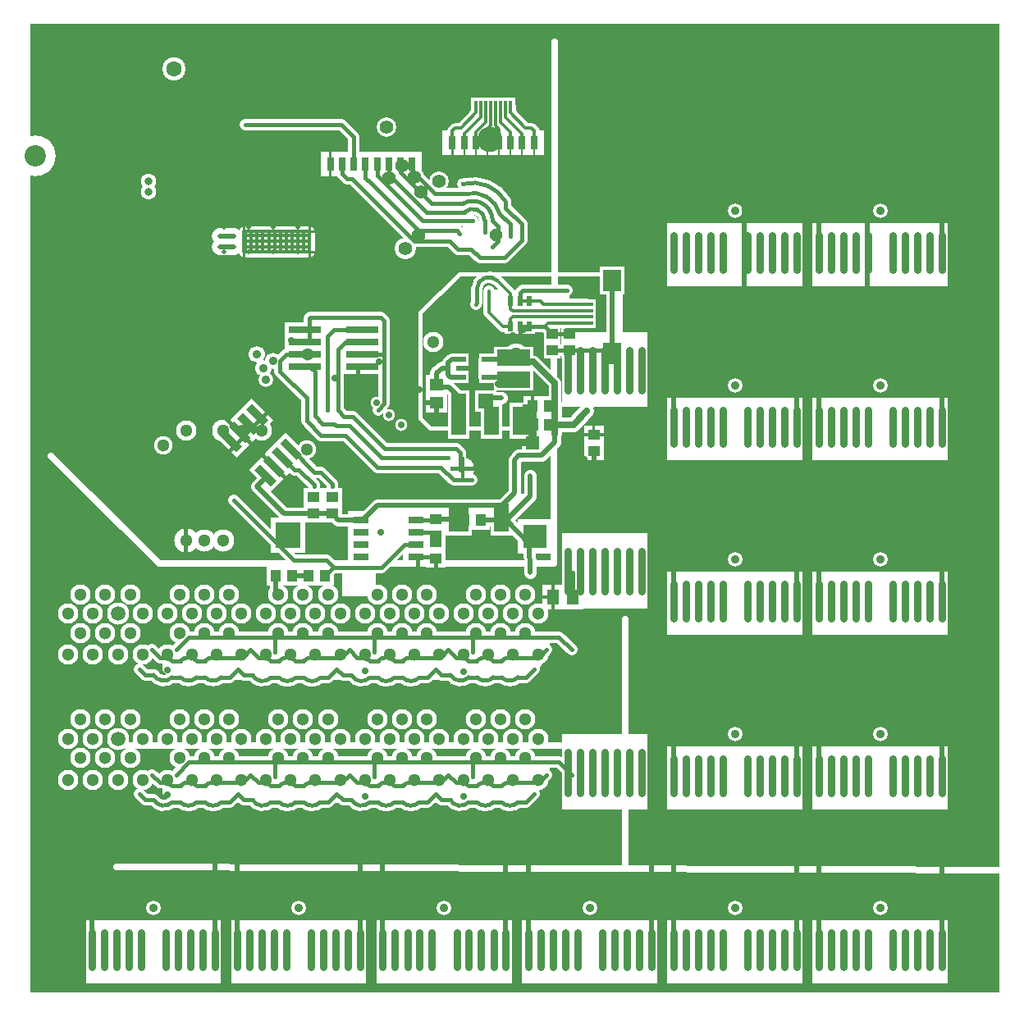
<source format=gbl>
%FSLAX34Y34*%
%MOMM*%
%LNCOPPER_BOTTOM*%
G71*
G01*
%ADD10C, 2.100*%
%ADD11C, 2.300*%
%ADD12C, 1.200*%
%ADD13R, 1.590X1.200*%
%ADD14C, 1.150*%
%ADD15R, 4.100X2.300*%
%ADD16C, 1.600*%
%ADD17C, 0.500*%
%ADD18R, 2.200X2.200*%
%ADD19R, 2.200X2.100*%
%ADD20C, 2.400*%
%ADD21C, 1.700*%
%ADD22C, 1.500*%
%ADD23C, 4.200*%
%ADD24R, 2.800X1.870*%
%ADD25R, 2.000X1.900*%
%ADD26R, 1.900X2.000*%
%ADD27C, 1.900*%
%ADD28R, 1.950X1.000*%
%ADD29R, 2.500X2.900*%
%ADD30C, 2.200*%
%ADD31C, 1.300*%
%ADD32C, 0.900*%
%ADD33C, 1.300*%
%ADD34C, 1.500*%
%ADD35R, 1.800X1.700*%
%ADD36C, 0.400*%
%ADD37C, 1.350*%
%ADD38C, 1.600*%
%ADD39C, 1.700*%
%ADD40C, 2.000*%
%ADD41R, 3.200X1.600*%
%ADD42C, 1.000*%
%ADD43R, 1.100X1.800*%
%ADD44R, 2.300X2.500*%
%ADD45C, 0.150*%
%ADD46R, 4.100X1.600*%
%ADD47R, 3.100X1.600*%
%ADD48C, 0.600*%
%ADD49C, 2.500*%
%ADD50C, 0.700*%
%ADD51R, 1.200X1.590*%
%ADD52C, 2.400*%
%ADD53R, 2.300X3.800*%
%ADD54R, 2.800X3.800*%
%ADD55R, 2.000X2.600*%
%ADD56C, 1.100*%
%ADD57C, 0.498*%
%ADD58C, 0.807*%
%ADD59C, 0.325*%
%ADD60C, 0.433*%
%ADD61C, 0.379*%
%ADD62C, 0.330*%
%ADD63C, 0.267*%
%ADD64C, 0.367*%
%ADD65C, 1.300*%
%ADD66C, 1.500*%
%ADD67R, 0.990X0.600*%
%ADD68C, 0.550*%
%ADD69R, 3.500X1.700*%
%ADD70C, 0.800*%
%ADD71R, 1.600X1.600*%
%ADD72R, 1.400X1.300*%
%ADD73R, 1.400X1.400*%
%ADD74C, 1.600*%
%ADD75C, 0.900*%
%ADD76C, 0.700*%
%ADD77R, 1.600X0.670*%
%ADD78R, 1.200X1.100*%
%ADD79R, 1.100X1.200*%
%ADD80C, 0.500*%
%ADD81R, 1.350X0.400*%
%ADD82R, 1.900X2.300*%
%ADD83C, 1.400*%
%ADD84C, 0.300*%
%ADD85C, 0.350*%
%ADD86C, 0.800*%
%ADD87C, 0.280*%
%ADD88C, 2.600*%
%ADD89R, 2.400X0.800*%
%ADD90R, 0.300X1.000*%
%ADD91R, 1.300X1.500*%
%ADD92R, 3.300X0.800*%
%ADD93R, 2.300X0.800*%
%ADD94C, 0.750*%
%ADD95R, 0.600X0.990*%
%ADD96R, 1.500X3.000*%
%ADD97R, 2.000X3.000*%
%ADD98R, 0.800X1.400*%
%ADD99C, 0.200*%
%LPD*%
G36*
X250Y50D02*
X1000250Y50D01*
X1000250Y-999950D01*
X250Y-999950D01*
X250Y50D01*
G37*
%LPC*%
X39155Y-650911D02*
G54D10*
D03*
X64655Y-650911D02*
G54D10*
D03*
X90155Y-650911D02*
G54D10*
D03*
X115655Y-650911D02*
G54D10*
D03*
X141155Y-650911D02*
G54D10*
D03*
X166655Y-650911D02*
G54D10*
D03*
X192155Y-650911D02*
G54D10*
D03*
X217655Y-650911D02*
G54D10*
D03*
X243155Y-650911D02*
G54D10*
D03*
X268655Y-650911D02*
G54D10*
D03*
X294155Y-650911D02*
G54D10*
D03*
X319655Y-650911D02*
G54D10*
D03*
X345155Y-650911D02*
G54D10*
D03*
X370655Y-650911D02*
G54D10*
D03*
X396155Y-650911D02*
G54D10*
D03*
X421655Y-650911D02*
G54D10*
D03*
X447155Y-650911D02*
G54D10*
D03*
X472655Y-650911D02*
G54D10*
D03*
X498155Y-650911D02*
G54D10*
D03*
X523655Y-650911D02*
G54D10*
D03*
X39155Y-608634D02*
G54D10*
D03*
X64655Y-608636D02*
G54D10*
D03*
X90156Y-608634D02*
G54D11*
D03*
X115655Y-608636D02*
G54D10*
D03*
X141155Y-608636D02*
G54D10*
D03*
X166655Y-608636D02*
G54D10*
D03*
X192155Y-608636D02*
G54D10*
D03*
X217655Y-608636D02*
G54D10*
D03*
X243155Y-608636D02*
G54D10*
D03*
X268655Y-608636D02*
G54D10*
D03*
X294155Y-608636D02*
G54D10*
D03*
X319655Y-608636D02*
G54D10*
D03*
X345155Y-608636D02*
G54D10*
D03*
X370655Y-608636D02*
G54D10*
D03*
X396155Y-608636D02*
G54D10*
D03*
X421655Y-608636D02*
G54D10*
D03*
X447155Y-608636D02*
G54D10*
D03*
X472655Y-608636D02*
G54D10*
D03*
X498155Y-608636D02*
G54D10*
D03*
X523655Y-608636D02*
G54D10*
D03*
X51905Y-628636D02*
G54D10*
D03*
X77405Y-628636D02*
G54D10*
D03*
X102905Y-628636D02*
G54D10*
D03*
X153905Y-628636D02*
G54D10*
D03*
X179405Y-628636D02*
G54D10*
D03*
X204905Y-628636D02*
G54D10*
D03*
X255905Y-628636D02*
G54D10*
D03*
X281405Y-628636D02*
G54D10*
D03*
X306905Y-628636D02*
G54D10*
D03*
X357905Y-628636D02*
G54D10*
D03*
X383405Y-628636D02*
G54D10*
D03*
X408905Y-628636D02*
G54D10*
D03*
X459905Y-628636D02*
G54D10*
D03*
X485405Y-628636D02*
G54D10*
D03*
X510905Y-628636D02*
G54D10*
D03*
X51905Y-588634D02*
G54D10*
D03*
X77405Y-588634D02*
G54D10*
D03*
X102905Y-588636D02*
G54D10*
D03*
X153905Y-588636D02*
G54D10*
D03*
X179405Y-588636D02*
G54D10*
D03*
X204905Y-588636D02*
G54D10*
D03*
X255905Y-588636D02*
G54D10*
D03*
X281405Y-588636D02*
G54D10*
D03*
X306905Y-588636D02*
G54D10*
D03*
X357905Y-588636D02*
G54D10*
D03*
X383405Y-588636D02*
G54D10*
D03*
X408905Y-588636D02*
G54D10*
D03*
X459905Y-588636D02*
G54D10*
D03*
X485405Y-588636D02*
G54D10*
D03*
X510905Y-588636D02*
G54D10*
D03*
G54D12*
X252430Y-647786D02*
X252430Y-632658D01*
G54D12*
X354430Y-647786D02*
X354430Y-632658D01*
G54D12*
X456430Y-647786D02*
X456430Y-632658D01*
G54D12*
X558430Y-645786D02*
X545302Y-632658D01*
X163557Y-632658D01*
X150430Y-645784D01*
X444522Y-364510D02*
G54D13*
D03*
X444524Y-355105D02*
G54D13*
D03*
X444522Y-345510D02*
G54D13*
D03*
X470421Y-345510D02*
G54D13*
D03*
X470422Y-364510D02*
G54D13*
D03*
G54D14*
X444522Y-364510D02*
X433261Y-364510D01*
X431122Y-362371D01*
X431122Y-349274D01*
X434887Y-345510D01*
X444522Y-345510D01*
X498593Y-366978D02*
G54D15*
D03*
X498593Y-343978D02*
G54D15*
D03*
G54D14*
X470421Y-345510D02*
X506461Y-345510D01*
G54D14*
X470422Y-364510D02*
X506698Y-364510D01*
G54D16*
X518315Y-425708D02*
X518319Y-394216D01*
G36*
X464942Y-346331D02*
X464942Y-365381D01*
X514155Y-367366D01*
X517128Y-354409D01*
X513361Y-342363D01*
X464942Y-346331D01*
G37*
G54D17*
X464942Y-346331D02*
X464942Y-365381D01*
X514155Y-367366D01*
X517128Y-354409D01*
X513361Y-342363D01*
X464942Y-346331D01*
X469661Y-389307D02*
G54D18*
D03*
X441661Y-389307D02*
G54D18*
D03*
X418748Y-390815D02*
G54D19*
D03*
X418750Y-371810D02*
G54D19*
D03*
X415906Y-328466D02*
G54D10*
D03*
X518315Y-432058D02*
G54D18*
D03*
X501362Y-341821D02*
G54D20*
D03*
X240475Y-355243D02*
G54D21*
D03*
X250768Y-347874D02*
G54D21*
D03*
X243265Y-367360D02*
G54D22*
D03*
G36*
X502700Y-546613D02*
X502700Y-510613D01*
X538700Y-510613D01*
X538700Y-546613D01*
X502700Y-546613D01*
G37*
X4823Y-135724D02*
G54D23*
D03*
X233760Y-341146D02*
G54D21*
D03*
G36*
X283865Y-509661D02*
X283865Y-545661D01*
X247865Y-545661D01*
X247865Y-509661D01*
X283865Y-509661D01*
G37*
X148562Y-46294D02*
G54D20*
D03*
X397978Y-511467D02*
G54D24*
D03*
X397978Y-524167D02*
G54D24*
D03*
X397978Y-536868D02*
G54D24*
D03*
X397978Y-549568D02*
G54D24*
D03*
X340978Y-549568D02*
G54D24*
D03*
X340978Y-536868D02*
G54D24*
D03*
X340978Y-524168D02*
G54D24*
D03*
X340978Y-511468D02*
G54D24*
D03*
X418446Y-534883D02*
G54D25*
D03*
X418446Y-551883D02*
G54D25*
D03*
X418446Y-510739D02*
G54D25*
D03*
X418446Y-527739D02*
G54D25*
D03*
X447565Y-512190D02*
G54D26*
D03*
X464565Y-512190D02*
G54D26*
D03*
X136922Y-434578D02*
G54D27*
D03*
X160746Y-419904D02*
G54D10*
D03*
X219484Y-419904D02*
G54D10*
D03*
X238534Y-419903D02*
G54D10*
D03*
G36*
X190062Y-424514D02*
X201376Y-413202D01*
X224002Y-435831D01*
X212687Y-447144D01*
X190062Y-424514D01*
G37*
G36*
X199042Y-415534D02*
X210356Y-404221D01*
X232982Y-426850D01*
X221667Y-438163D01*
X199042Y-415534D01*
G37*
G36*
X208022Y-406553D02*
X219337Y-395241D01*
X241962Y-417870D01*
X230647Y-429183D01*
X208022Y-406553D01*
G37*
G36*
X217001Y-397576D02*
X228314Y-386262D01*
X250943Y-408887D01*
X239631Y-420202D01*
X217001Y-397576D01*
G37*
G36*
X252357Y-432930D02*
X263670Y-421616D01*
X286298Y-444244D01*
X274985Y-455558D01*
X252357Y-432930D01*
G37*
G36*
X243377Y-441911D02*
X254690Y-430597D01*
X277318Y-453223D01*
X266005Y-464538D01*
X243377Y-441911D01*
G37*
G36*
X234396Y-450891D02*
X245710Y-439577D01*
X268338Y-462204D01*
X257025Y-473518D01*
X234396Y-450891D01*
G37*
G36*
X225417Y-459870D02*
X236731Y-448557D01*
X259357Y-471185D01*
X248043Y-482498D01*
X225417Y-459870D01*
G37*
X304327Y-569109D02*
G54D26*
D03*
X287325Y-569106D02*
G54D26*
D03*
X573661Y-289302D02*
G54D28*
D03*
X573661Y-295802D02*
G54D28*
D03*
X573661Y-302302D02*
G54D28*
D03*
X573661Y-308802D02*
G54D28*
D03*
X573661Y-315302D02*
G54D28*
D03*
X600411Y-339802D02*
G54D29*
D03*
X600411Y-264802D02*
G54D29*
D03*
X400061Y-218239D02*
G54D30*
D03*
G36*
X489639Y-221326D02*
X484228Y-226738D01*
X476550Y-226738D01*
X471139Y-221326D01*
X471139Y-213648D01*
X476550Y-208238D01*
X484228Y-208238D01*
X489639Y-213648D01*
X489639Y-221326D01*
G37*
G54D31*
X600411Y-264802D02*
X600411Y-339802D01*
G54D32*
X573661Y-308802D02*
X534459Y-308802D01*
X531135Y-312126D01*
X370284Y-403225D02*
G54D33*
D03*
X357584Y-390525D02*
G54D33*
D03*
X382318Y-413544D02*
G54D33*
D03*
G54D34*
X541050Y-422783D02*
X541054Y-391262D01*
G54D14*
X495627Y-312123D02*
X495627Y-304076D01*
X497401Y-302302D01*
X573661Y-302302D01*
X556584Y-336318D02*
G54D35*
D03*
X556584Y-319318D02*
G54D35*
D03*
X538725Y-336318D02*
G54D35*
D03*
X538725Y-319318D02*
G54D35*
D03*
G54D12*
X538328Y-336318D02*
X596927Y-336318D01*
X600411Y-339802D01*
X386590Y-231710D02*
G54D30*
D03*
G54D31*
X486152Y-385616D02*
X467677Y-385616D01*
G54D36*
X442516Y-257572D02*
X402415Y-297672D01*
X402415Y-407178D01*
X411956Y-416719D01*
X556043Y-416719D01*
X608886Y-363876D01*
X608886Y-258445D01*
X608012Y-257572D01*
X442516Y-257572D01*
G54D31*
X440470Y-393157D02*
X440470Y-383320D01*
X431738Y-374588D01*
X419147Y-374588D01*
G54D37*
X419147Y-373001D02*
X419147Y-360713D01*
X424656Y-355203D01*
X430609Y-355203D01*
G54D12*
X292509Y-477054D02*
X292509Y-475468D01*
X277019Y-459978D01*
X272758Y-459978D01*
X260348Y-447567D01*
G54D12*
X311559Y-477053D02*
X311559Y-474278D01*
X299640Y-462359D01*
X293100Y-462359D01*
X269328Y-438587D01*
X122309Y-161924D02*
G54D38*
D03*
X122305Y-173034D02*
G54D38*
D03*
G54D39*
X210302Y-230183D02*
X195330Y-230184D01*
G54D39*
X210306Y-219074D02*
X195334Y-219074D01*
X285083Y-439341D02*
G54D27*
D03*
X252825Y-569103D02*
G54D26*
D03*
X269827Y-569106D02*
G54D26*
D03*
G54D31*
X252825Y-589893D02*
X252825Y-567516D01*
G54D31*
X269827Y-569106D02*
X287325Y-569106D01*
X383381Y-146050D02*
G54D40*
D03*
X369803Y-158834D02*
G54D40*
D03*
X396081Y-157956D02*
G54D40*
D03*
X403225Y-173038D02*
G54D40*
D03*
X421878Y-161925D02*
G54D40*
D03*
G54D12*
G75*
G01X468906Y-203200D02*
G03X447567Y-194361I-12500J0D01*
G01*
G54D12*
X442828Y-215984D02*
X440050Y-213206D01*
X400531Y-213206D01*
X351167Y-163842D01*
G54D12*
X468906Y-203200D02*
X468906Y-214906D01*
X469106Y-215106D01*
G54D12*
G75*
G01X477044Y-203200D02*
G03X446087Y-185327I-20638J0D01*
G01*
G54D12*
X446087Y-185327D02*
X418736Y-185327D01*
G54D12*
X476250Y-230188D02*
X482203Y-224234D01*
X482203Y-208359D01*
X477044Y-203200D01*
G54D12*
G75*
G01X481793Y-264698D02*
G03X460772Y-273405I-8707J-8707D01*
G01*
G54D12*
X460772Y-273405D02*
X460772Y-287703D01*
X459616Y-288860D01*
X337893Y-315190D02*
G54D41*
D03*
X337893Y-327890D02*
G54D41*
D03*
X337893Y-340590D02*
G54D41*
D03*
X337893Y-353290D02*
G54D41*
D03*
X287892Y-353290D02*
G54D41*
D03*
X287893Y-340590D02*
G54D41*
D03*
X287893Y-327890D02*
G54D41*
D03*
X287893Y-315190D02*
G54D41*
D03*
G54D12*
X287893Y-315190D02*
X287893Y-327890D01*
G54D12*
G75*
G01X484323Y-195732D02*
G03X448867Y-175262I-27963J-7493D01*
G01*
G54D12*
X399317Y-157224D02*
X417355Y-175262D01*
X448867Y-175262D01*
G54D42*
X494903Y-219075D02*
X494903Y-206312D01*
X484323Y-195732D01*
G36*
X492125Y-215503D02*
X474266Y-215503D01*
X474266Y-205581D01*
X492125Y-205581D01*
X492125Y-215503D01*
G37*
G54D36*
X492125Y-215503D02*
X474266Y-215503D01*
X474266Y-205581D01*
X492125Y-205581D01*
X492125Y-215503D01*
G36*
X556584Y-336438D02*
X595312Y-336438D01*
X595312Y-343813D01*
X556584Y-343813D01*
X556584Y-336438D01*
G37*
G54D36*
X556584Y-336438D02*
X595312Y-336438D01*
X595312Y-343813D01*
X556584Y-343813D01*
X556584Y-336438D01*
G54D12*
X306784Y-398296D02*
X306784Y-321866D01*
X312738Y-315912D01*
G54D12*
X338686Y-315190D02*
X313460Y-315190D01*
X312738Y-315912D01*
G54D12*
X323792Y-405024D02*
X317103Y-398334D01*
X317103Y-336153D01*
X325366Y-327890D01*
X337893Y-327890D01*
G54D12*
X455342Y-470694D02*
X436562Y-470694D01*
X423466Y-457597D01*
X357981Y-457597D01*
X324894Y-424510D01*
X316290Y-424510D01*
G54D12*
X443310Y-460375D02*
X443310Y-442119D01*
G54D12*
X430610Y-447675D02*
X362744Y-447675D01*
X329672Y-414604D01*
X315710Y-414604D01*
X313500Y-412393D01*
G36*
X264248Y-340590D02*
X257572Y-358378D01*
X284956Y-385762D01*
X299686Y-424510D01*
X316290Y-424510D01*
X323792Y-405024D01*
X317103Y-389334D01*
X317103Y-369491D01*
X300038Y-352425D01*
X264248Y-340590D01*
G37*
G54D36*
X264248Y-340590D02*
X257572Y-358378D01*
X284956Y-385762D01*
X299686Y-424510D01*
X316290Y-424510D01*
X323792Y-405024D01*
X317103Y-389334D01*
X317103Y-369491D01*
X300038Y-352425D01*
X264248Y-340590D01*
G36*
X288925Y-302419D02*
X337892Y-302419D01*
X337892Y-340590D01*
X288925Y-340590D01*
X288925Y-302419D01*
G37*
G54D36*
X288925Y-302419D02*
X337892Y-302419D01*
X337892Y-340590D01*
X288925Y-340590D01*
X288925Y-302419D01*
G54D34*
X538891Y-413266D02*
X560092Y-413266D01*
X574387Y-398971D01*
G36*
X436960Y-435769D02*
X443310Y-442119D01*
X443310Y-460375D01*
X438150Y-473869D01*
X423466Y-457597D01*
X414934Y-435769D01*
X436960Y-435769D01*
G37*
G54D36*
X436960Y-435769D02*
X443310Y-442119D01*
X443310Y-460375D01*
X438150Y-473869D01*
X423466Y-457597D01*
X414934Y-435769D01*
X436960Y-435769D01*
X292250Y-504980D02*
G54D25*
D03*
X292253Y-487978D02*
G54D25*
D03*
X311300Y-504980D02*
G54D25*
D03*
X311303Y-487978D02*
G54D25*
D03*
G54D31*
X311697Y-504980D02*
X261698Y-504980D01*
X233771Y-477054D01*
G54D12*
X397978Y-511467D02*
X417983Y-511467D01*
X418446Y-511930D01*
G54D12*
X397978Y-524167D02*
X413683Y-524167D01*
X418446Y-528930D01*
G54D12*
X397978Y-549568D02*
X414940Y-549568D01*
X418446Y-553074D01*
G54D12*
X397978Y-536868D02*
X385867Y-536868D01*
X361950Y-560784D01*
X312652Y-560784D01*
X304327Y-569109D01*
G54D31*
X342169Y-511468D02*
X343131Y-511468D01*
X358108Y-496491D01*
G54D31*
X340978Y-511468D02*
X317788Y-511468D01*
X311300Y-504980D01*
G54D12*
X312825Y-560106D02*
X305962Y-553244D01*
X271462Y-553244D01*
X209947Y-491728D01*
G36*
X508819Y-403266D02*
X527819Y-403266D01*
X527819Y-423266D01*
X508819Y-423266D01*
X508819Y-403266D01*
G37*
X535319Y-413266D02*
G54D26*
D03*
X460000Y-84000D02*
G54D43*
D03*
X465000Y-84000D02*
G54D43*
D03*
X470000Y-84000D02*
G54D43*
D03*
X475000Y-84000D02*
G54D43*
D03*
X480000Y-84000D02*
G54D43*
D03*
X485000Y-84000D02*
G54D43*
D03*
X490000Y-84000D02*
G54D43*
D03*
X495000Y-84000D02*
G54D43*
D03*
G54D12*
G75*
G01X171666Y-657299D02*
G03X154695Y-657299I-8485J-8485D01*
G01*
G54D12*
G75*
G01X188680Y-653786D02*
G03X180194Y-657301I0J-12000D01*
G01*
G54D12*
X171666Y-657299D02*
X180194Y-657301D01*
G54D12*
G75*
G01X146165Y-657301D02*
G03X134574Y-654195I-8485J-8485D01*
G01*
G54D12*
X146165Y-657301D02*
X154696Y-657299D01*
G54D12*
G75*
G01X154695Y-674269D02*
G03X171666Y-674269I8486J8485D01*
G01*
G54D12*
G75*
G01X180194Y-674267D02*
G03X197165Y-674267I8486J8485D01*
G01*
G54D12*
X171666Y-674269D02*
X180194Y-674267D01*
G54D12*
G75*
G01X127287Y-671782D02*
G03X146165Y-674267I10393J6000D01*
G01*
G54D12*
X146165Y-674267D02*
X154696Y-674269D01*
G54D12*
X134574Y-654195D02*
X133341Y-654195D01*
X124930Y-645784D01*
G54D12*
X188680Y-653786D02*
X218930Y-653786D01*
X226930Y-645786D01*
G54D12*
G75*
G01X273666Y-657300D02*
G03X256695Y-657300I-8486J-8486D01*
G01*
G54D12*
G75*
G01X290679Y-653788D02*
G03X282194Y-657302I0J-12000D01*
G01*
G54D12*
X273666Y-657300D02*
X282194Y-657302D01*
G54D12*
G75*
G01X248165Y-657302D02*
G03X236573Y-654196I-8486J-8486D01*
G01*
G54D12*
X248164Y-657302D02*
X256695Y-657300D01*
G54D12*
X236574Y-654196D02*
X235341Y-654196D01*
X226930Y-645786D01*
G54D12*
X290679Y-653788D02*
X320929Y-653788D01*
X328930Y-645787D01*
G54D12*
G75*
G01X375666Y-657300D02*
G03X358695Y-657300I-8486J-8486D01*
G01*
G54D12*
G75*
G01X392679Y-653788D02*
G03X384194Y-657302I0J-12000D01*
G01*
G54D12*
X375666Y-657300D02*
X384194Y-657302D01*
G54D12*
G75*
G01X350165Y-657302D02*
G03X338573Y-654196I-8486J-8486D01*
G01*
G54D12*
X350164Y-657302D02*
X358695Y-657300D01*
G54D12*
X338574Y-654196D02*
X337341Y-654196D01*
X328930Y-645786D01*
G54D12*
X392679Y-653788D02*
X422929Y-653788D01*
X430930Y-645787D01*
G54D12*
G75*
G01X477666Y-657300D02*
G03X460695Y-657300I-8486J-8486D01*
G01*
G54D12*
G75*
G01X494679Y-653788D02*
G03X486194Y-657302I0J-12000D01*
G01*
G54D12*
X477666Y-657300D02*
X486194Y-657302D01*
G54D12*
G75*
G01X452165Y-657302D02*
G03X440573Y-654196I-8486J-8486D01*
G01*
G54D12*
X452164Y-657302D02*
X460695Y-657300D01*
G54D12*
X440574Y-654196D02*
X439341Y-654196D01*
X430930Y-645786D01*
G54D12*
X494679Y-653788D02*
X524929Y-653788D01*
X532930Y-645787D01*
G54D12*
X197165Y-674267D02*
X205698Y-674267D01*
X214180Y-665786D01*
G54D12*
X127288Y-671782D02*
X118178Y-671782D01*
X112180Y-665784D01*
G54D12*
G75*
G01X256695Y-674683D02*
G03X273666Y-674683I8485J8485D01*
G01*
G54D12*
G75*
G01X282194Y-674681D02*
G03X299165Y-674681I8485J8485D01*
G01*
G54D12*
X273666Y-674683D02*
X282194Y-674681D01*
G54D12*
G75*
G01X229287Y-672196D02*
G03X248165Y-674681I10392J6000D01*
G01*
G54D12*
X248164Y-674681D02*
X256695Y-674683D01*
G54D12*
X299164Y-674681D02*
X307698Y-674681D01*
X316179Y-666200D01*
G54D12*
X229287Y-672196D02*
X220178Y-672196D01*
X214180Y-666198D01*
G54D12*
G75*
G01X358695Y-674683D02*
G03X375666Y-674683I8485J8485D01*
G01*
G54D12*
G75*
G01X384194Y-674681D02*
G03X401165Y-674681I8485J8485D01*
G01*
G54D12*
X375666Y-674683D02*
X384194Y-674681D01*
G54D12*
G75*
G01X331287Y-672196D02*
G03X350165Y-674681I10392J6000D01*
G01*
G54D12*
X350164Y-674681D02*
X358695Y-674683D01*
G54D12*
X401164Y-674681D02*
X409698Y-674681D01*
X418179Y-666200D01*
G54D12*
X331287Y-672196D02*
X322178Y-672196D01*
X316180Y-666198D01*
G54D12*
G75*
G01X460695Y-674269D02*
G03X477666Y-674269I8486J8485D01*
G01*
G54D12*
G75*
G01X486194Y-674267D02*
G03X503165Y-674267I8486J8485D01*
G01*
G54D12*
X477666Y-674269D02*
X486194Y-674267D01*
G54D12*
G75*
G01X433287Y-671782D02*
G03X452165Y-674267I10393J6000D01*
G01*
G54D12*
X452165Y-674267D02*
X460696Y-674269D01*
G54D12*
X503165Y-674267D02*
X511698Y-674267D01*
X520180Y-665786D01*
G54D12*
X433287Y-671782D02*
X424178Y-671782D01*
X418180Y-665784D01*
X539395Y-591728D02*
G54D44*
D03*
X559236Y-591729D02*
G54D44*
D03*
G54D12*
X313500Y-412393D02*
X301268Y-412393D01*
X293449Y-404574D01*
X293449Y-358846D01*
X287892Y-353290D01*
G54D12*
X316290Y-424510D02*
X299686Y-424510D01*
X284956Y-409781D01*
X284956Y-385762D01*
X257572Y-358378D01*
X257572Y-347266D01*
X264248Y-340590D01*
X276780Y-340590D01*
G36*
X355997Y-589886D02*
X355997Y-561975D01*
X322569Y-561975D01*
X322569Y-589886D01*
X355997Y-589886D01*
G37*
G54D45*
X355997Y-589886D02*
X355997Y-561975D01*
X322569Y-561975D01*
X322569Y-589886D01*
X355997Y-589886D01*
X342655Y-315190D02*
G54D46*
D03*
X287893Y-315190D02*
G54D47*
D03*
X342655Y-327890D02*
G54D46*
D03*
X342655Y-340590D02*
G54D46*
D03*
X342655Y-353290D02*
G54D46*
D03*
X283130Y-353290D02*
G54D46*
D03*
X283130Y-340590D02*
G54D46*
D03*
X283130Y-327890D02*
G54D46*
D03*
X283130Y-315190D02*
G54D46*
D03*
G54D12*
X287893Y-315190D02*
X287893Y-303451D01*
X288925Y-302419D01*
X361553Y-302419D01*
X365125Y-305991D01*
X365125Y-339328D01*
X39155Y-779910D02*
G54D10*
D03*
X64655Y-779910D02*
G54D10*
D03*
X90155Y-779910D02*
G54D10*
D03*
X115655Y-779910D02*
G54D10*
D03*
X141155Y-779910D02*
G54D10*
D03*
X166655Y-779910D02*
G54D10*
D03*
X192155Y-779910D02*
G54D10*
D03*
X217655Y-779910D02*
G54D10*
D03*
X243155Y-779910D02*
G54D10*
D03*
X268655Y-779910D02*
G54D10*
D03*
X294155Y-779910D02*
G54D10*
D03*
X319655Y-779910D02*
G54D10*
D03*
X345155Y-779910D02*
G54D10*
D03*
X370655Y-779910D02*
G54D10*
D03*
X396155Y-779910D02*
G54D10*
D03*
X421655Y-779910D02*
G54D10*
D03*
X447155Y-779911D02*
G54D10*
D03*
X472655Y-779910D02*
G54D10*
D03*
X498155Y-779910D02*
G54D10*
D03*
X523655Y-779910D02*
G54D10*
D03*
X39155Y-737634D02*
G54D10*
D03*
X64655Y-737636D02*
G54D10*
D03*
X90156Y-737634D02*
G54D11*
D03*
X115655Y-737636D02*
G54D10*
D03*
X141155Y-737636D02*
G54D10*
D03*
X166655Y-737636D02*
G54D10*
D03*
X192155Y-737636D02*
G54D10*
D03*
X217655Y-737636D02*
G54D10*
D03*
X243155Y-737636D02*
G54D10*
D03*
X268655Y-737636D02*
G54D10*
D03*
X294155Y-737636D02*
G54D10*
D03*
X319655Y-737636D02*
G54D10*
D03*
X345155Y-737636D02*
G54D10*
D03*
X370655Y-737636D02*
G54D10*
D03*
X396155Y-737636D02*
G54D10*
D03*
X421655Y-737636D02*
G54D10*
D03*
X447155Y-737636D02*
G54D10*
D03*
X472655Y-737636D02*
G54D10*
D03*
X498155Y-737636D02*
G54D10*
D03*
X523655Y-737636D02*
G54D10*
D03*
X51905Y-757636D02*
G54D10*
D03*
X77405Y-757636D02*
G54D10*
D03*
X102905Y-757636D02*
G54D10*
D03*
X153905Y-757636D02*
G54D10*
D03*
X179405Y-757636D02*
G54D10*
D03*
X204905Y-757636D02*
G54D10*
D03*
X255905Y-757636D02*
G54D10*
D03*
X281405Y-757636D02*
G54D10*
D03*
X306905Y-757636D02*
G54D10*
D03*
X357905Y-757636D02*
G54D10*
D03*
X383405Y-757636D02*
G54D10*
D03*
X408905Y-757636D02*
G54D10*
D03*
X459905Y-757636D02*
G54D10*
D03*
X485405Y-757636D02*
G54D10*
D03*
X510905Y-757636D02*
G54D10*
D03*
X51905Y-717634D02*
G54D10*
D03*
X77405Y-717634D02*
G54D10*
D03*
X102905Y-717636D02*
G54D10*
D03*
X153905Y-717636D02*
G54D10*
D03*
X179405Y-717636D02*
G54D10*
D03*
X204905Y-717636D02*
G54D10*
D03*
X255905Y-717636D02*
G54D10*
D03*
X281405Y-717636D02*
G54D10*
D03*
X306905Y-717636D02*
G54D10*
D03*
X357905Y-717636D02*
G54D10*
D03*
X383405Y-717636D02*
G54D10*
D03*
X408905Y-717636D02*
G54D10*
D03*
X459905Y-717636D02*
G54D10*
D03*
X485405Y-717636D02*
G54D10*
D03*
X510905Y-717636D02*
G54D10*
D03*
G54D12*
G75*
G01X171666Y-786299D02*
G03X154695Y-786299I-8485J-8485D01*
G01*
G54D12*
G75*
G01X188680Y-782786D02*
G03X180194Y-786301I0J-12000D01*
G01*
G54D12*
X171666Y-786299D02*
X180194Y-786301D01*
G54D12*
G75*
G01X146165Y-786301D02*
G03X134574Y-783195I-8485J-8485D01*
G01*
G54D12*
X146165Y-786301D02*
X154696Y-786299D01*
G54D12*
G75*
G01X154695Y-803269D02*
G03X171666Y-803269I8486J8485D01*
G01*
G54D12*
G75*
G01X180194Y-803267D02*
G03X197165Y-803267I8486J8485D01*
G01*
G54D12*
X171666Y-803269D02*
X180194Y-803267D01*
G54D12*
G75*
G01X127287Y-800782D02*
G03X146165Y-803267I10393J6000D01*
G01*
G54D12*
X146165Y-803267D02*
X154696Y-803269D01*
G54D12*
X134574Y-783195D02*
X133341Y-783195D01*
X124930Y-774784D01*
G54D12*
X188680Y-782786D02*
X218930Y-782786D01*
X226930Y-774786D01*
G54D12*
G75*
G01X273666Y-786300D02*
G03X256695Y-786300I-8486J-8486D01*
G01*
G54D12*
G75*
G01X290679Y-782788D02*
G03X282194Y-786302I0J-12000D01*
G01*
G54D12*
X273666Y-786300D02*
X282194Y-786302D01*
G54D12*
G75*
G01X248165Y-786302D02*
G03X236573Y-783196I-8486J-8486D01*
G01*
G54D12*
X248164Y-786302D02*
X256695Y-786300D01*
G54D12*
X236574Y-783196D02*
X235341Y-783196D01*
X226930Y-774786D01*
G54D12*
X290679Y-782788D02*
X320929Y-782788D01*
X328930Y-774787D01*
G54D12*
G75*
G01X375666Y-786300D02*
G03X358695Y-786300I-8486J-8486D01*
G01*
G54D12*
G75*
G01X392679Y-782788D02*
G03X384194Y-786302I0J-12000D01*
G01*
G54D12*
X375666Y-786300D02*
X384194Y-786302D01*
G54D12*
G75*
G01X350165Y-786302D02*
G03X338573Y-783196I-8486J-8486D01*
G01*
G54D12*
X350164Y-786302D02*
X358695Y-786300D01*
G54D12*
X338574Y-783196D02*
X337341Y-783196D01*
X328930Y-774786D01*
G54D12*
X392679Y-782788D02*
X422929Y-782788D01*
X430930Y-774787D01*
G54D12*
G75*
G01X477666Y-786300D02*
G03X460695Y-786300I-8486J-8486D01*
G01*
G54D12*
G75*
G01X494679Y-782788D02*
G03X486194Y-786302I0J-12000D01*
G01*
G54D12*
X477666Y-786300D02*
X486194Y-786302D01*
G54D12*
G75*
G01X452165Y-786302D02*
G03X440573Y-783196I-8486J-8486D01*
G01*
G54D12*
X452164Y-786302D02*
X460695Y-786300D01*
G54D12*
X440574Y-783196D02*
X439341Y-783196D01*
X430930Y-774786D01*
G54D12*
X494679Y-782788D02*
X524929Y-782788D01*
X532930Y-774787D01*
G54D12*
X197165Y-803267D02*
X205698Y-803267D01*
X214180Y-794786D01*
G54D12*
X127288Y-800782D02*
X118178Y-800782D01*
X112180Y-794784D01*
G54D12*
G75*
G01X256695Y-803271D02*
G03X273666Y-803271I8485J8485D01*
G01*
G54D12*
G75*
G01X282194Y-803269D02*
G03X299165Y-803269I8485J8485D01*
G01*
G54D12*
X273666Y-803271D02*
X282194Y-803269D01*
G54D12*
G75*
G01X229287Y-800784D02*
G03X248165Y-803269I10392J6000D01*
G01*
G54D12*
X248164Y-803269D02*
X256695Y-803271D01*
G54D12*
X299164Y-803269D02*
X307698Y-803269D01*
X316179Y-794787D01*
G54D12*
X229287Y-800784D02*
X220178Y-800784D01*
X214180Y-794786D01*
G54D12*
G75*
G01X358695Y-803271D02*
G03X375666Y-803271I8485J8485D01*
G01*
G54D12*
G75*
G01X384194Y-803269D02*
G03X401165Y-803269I8485J8485D01*
G01*
G54D12*
X375666Y-803271D02*
X384194Y-803269D01*
G54D12*
G75*
G01X331287Y-800784D02*
G03X350165Y-803269I10392J6000D01*
G01*
G54D12*
X350164Y-803269D02*
X358695Y-803271D01*
G54D12*
X401164Y-803269D02*
X409698Y-803269D01*
X418179Y-794787D01*
G54D12*
X331287Y-800784D02*
X322178Y-800784D01*
X316180Y-794786D01*
G54D12*
G75*
G01X460695Y-803271D02*
G03X477666Y-803271I8485J8485D01*
G01*
G54D12*
G75*
G01X486194Y-803269D02*
G03X503165Y-803269I8485J8485D01*
G01*
G54D12*
X477666Y-803271D02*
X486194Y-803269D01*
G54D12*
G75*
G01X433287Y-800784D02*
G03X452165Y-803269I10392J6000D01*
G01*
G54D12*
X452164Y-803269D02*
X460695Y-803271D01*
G54D12*
X503164Y-803269D02*
X511698Y-803269D01*
X520179Y-794787D01*
G54D12*
X433287Y-800784D02*
X424178Y-800784D01*
X418180Y-794786D01*
X727042Y-912613D02*
G54D22*
D03*
X277042Y-912613D02*
G54D22*
D03*
X427042Y-912613D02*
G54D22*
D03*
X877042Y-912613D02*
G54D22*
D03*
X127042Y-912613D02*
G54D22*
D03*
X577042Y-912613D02*
G54D22*
D03*
G36*
X57137Y-990431D02*
X57137Y-925431D01*
X196587Y-925431D01*
X196587Y-990431D01*
X57137Y-990431D01*
G37*
G36*
X207137Y-990431D02*
X207137Y-925431D01*
X346587Y-925431D01*
X346587Y-990431D01*
X207137Y-990431D01*
G37*
G36*
X357137Y-990431D02*
X357137Y-925431D01*
X496587Y-925431D01*
X496587Y-990431D01*
X357137Y-990431D01*
G37*
G36*
X507137Y-990431D02*
X507137Y-925431D01*
X646587Y-925431D01*
X646587Y-990431D01*
X507137Y-990431D01*
G37*
G36*
X657137Y-990431D02*
X657137Y-925431D01*
X796587Y-925431D01*
X796587Y-990431D01*
X657137Y-990431D01*
G37*
G36*
X807137Y-990431D02*
X807137Y-925431D01*
X946587Y-925431D01*
X946587Y-990431D01*
X807137Y-990431D01*
G37*
X877042Y-732613D02*
G54D22*
D03*
X727042Y-732614D02*
G54D22*
D03*
G36*
X807137Y-810431D02*
X807137Y-745431D01*
X946587Y-745431D01*
X946587Y-810431D01*
X807137Y-810431D01*
G37*
G36*
X657137Y-810431D02*
X657137Y-745431D01*
X796587Y-745431D01*
X796587Y-810431D01*
X657137Y-810431D01*
G37*
X727042Y-552613D02*
G54D22*
D03*
X877042Y-552613D02*
G54D22*
D03*
G36*
X807137Y-630431D02*
X807137Y-565431D01*
X946587Y-565431D01*
X946587Y-630431D01*
X807137Y-630431D01*
G37*
G36*
X657137Y-630431D02*
X657137Y-565431D01*
X796587Y-565431D01*
X796587Y-630431D01*
X657137Y-630431D01*
G37*
X877042Y-372613D02*
G54D22*
D03*
X727042Y-372613D02*
G54D22*
D03*
G36*
X807137Y-450431D02*
X807137Y-385431D01*
X946587Y-385431D01*
X946587Y-450431D01*
X807137Y-450431D01*
G37*
G36*
X657137Y-450431D02*
X657137Y-385431D01*
X796587Y-385431D01*
X796587Y-450431D01*
X657137Y-450431D01*
G37*
G36*
X548439Y-810606D02*
X548440Y-732906D01*
X637089Y-732906D01*
X637090Y-810606D01*
X548439Y-810606D01*
G37*
X877042Y-192613D02*
G54D22*
D03*
G36*
X807137Y-270431D02*
X807137Y-205431D01*
X946587Y-205431D01*
X946587Y-270431D01*
X807137Y-270431D01*
G37*
X727042Y-192613D02*
G54D22*
D03*
G36*
X657137Y-270431D02*
X657137Y-205431D01*
X796587Y-205431D01*
X796587Y-270431D01*
X657137Y-270431D01*
G37*
G36*
X340978Y-549568D02*
X340978Y-513621D01*
X358108Y-496491D01*
X383001Y-496491D01*
X397978Y-511467D01*
X397978Y-524757D01*
X361950Y-560784D01*
X340978Y-549568D01*
G37*
G54D48*
X340978Y-549568D02*
X340978Y-513621D01*
X358108Y-496491D01*
X383001Y-496491D01*
X397978Y-511467D01*
X397978Y-524757D01*
X361950Y-560784D01*
X340978Y-549568D01*
G54D31*
X242387Y-465528D02*
X242387Y-468438D01*
X233771Y-477054D01*
X160747Y-532741D02*
G54D49*
D03*
X179796Y-532741D02*
G54D11*
D03*
X198846Y-532741D02*
G54D11*
D03*
X198847Y-419902D02*
G54D11*
D03*
G54D50*
X94853Y-744919D02*
X613569Y-744919D01*
G54D50*
X89297Y-869950D02*
X1031894Y-873125D01*
G54D50*
X613597Y-613997D02*
X613597Y-870597D01*
G54D31*
X541054Y-391262D02*
X541054Y-370716D01*
X518603Y-348264D01*
X495483Y-348264D01*
X514627Y-286224D02*
G54D51*
D03*
X505222Y-286226D02*
G54D51*
D03*
X495627Y-286224D02*
G54D51*
D03*
X495627Y-312123D02*
G54D51*
D03*
X514628Y-312124D02*
G54D51*
D03*
X505222Y-312126D02*
G54D51*
D03*
G54D14*
X495627Y-286224D02*
X495627Y-294029D01*
X497400Y-295802D01*
X573661Y-295802D01*
G54D14*
X473086Y-275389D02*
X473086Y-297667D01*
X487542Y-312123D01*
X495627Y-312123D01*
G54D14*
X495627Y-286224D02*
X495627Y-278532D01*
X481793Y-264698D01*
G54D12*
X505222Y-286226D02*
X505222Y-277415D01*
X506016Y-276622D01*
G54D12*
X519906Y-274638D02*
X553414Y-274638D01*
G36*
X553414Y-274638D02*
X515541Y-274638D01*
X515541Y-290116D01*
X553414Y-290116D01*
X553414Y-274638D01*
G37*
G54D36*
X553414Y-274638D02*
X515541Y-274638D01*
X515541Y-290116D01*
X553414Y-290116D01*
X553414Y-274638D01*
G36*
X495627Y-312123D02*
X487542Y-312123D01*
X473086Y-297667D01*
X473086Y-275389D01*
X484793Y-275389D01*
X495627Y-286224D01*
X495627Y-312123D01*
G37*
G54D36*
X495627Y-312123D02*
X487542Y-312123D01*
X473086Y-297667D01*
X473086Y-275389D01*
X484793Y-275389D01*
X495627Y-286224D01*
X495627Y-312123D01*
G54D12*
X519906Y-274638D02*
X508000Y-274638D01*
X506016Y-276622D01*
G54D12*
X505222Y-312126D02*
X531135Y-312126D01*
X538328Y-319318D01*
G54D14*
X573661Y-289302D02*
X529412Y-289302D01*
X526333Y-286224D01*
X505222Y-286226D01*
G36*
X548439Y-602960D02*
X548440Y-525260D01*
X637089Y-525260D01*
X637090Y-602960D01*
X548439Y-602960D01*
G37*
X446211Y-459008D02*
G54D52*
D03*
X486211Y-509052D02*
G54D53*
D03*
X442211Y-509052D02*
G54D54*
D03*
X508211Y-409052D02*
G54D54*
D03*
X476211Y-409052D02*
G54D53*
D03*
X442211Y-409052D02*
G54D53*
D03*
G36*
X518319Y-413266D02*
X534988Y-413266D01*
X541050Y-431691D01*
X527447Y-445294D01*
X513055Y-432274D01*
X518319Y-413266D01*
G37*
G54D36*
X518319Y-413266D02*
X534988Y-413266D01*
X541050Y-431691D01*
X527447Y-445294D01*
X513055Y-432274D01*
X518319Y-413266D01*
G54D12*
X559236Y-591729D02*
X559236Y-566202D01*
G54D12*
X323792Y-405024D02*
X332792Y-405024D01*
X365622Y-437853D01*
X439043Y-437853D01*
X443310Y-442119D01*
G36*
X455342Y-470694D02*
X443310Y-460375D01*
X438150Y-473869D01*
X455342Y-470694D01*
G37*
G54D36*
X455342Y-470694D02*
X443310Y-460375D01*
X438150Y-473869D01*
X455342Y-470694D01*
G36*
X533400Y-633412D02*
X533400Y-645316D01*
X532930Y-645786D01*
X532930Y-646199D01*
X524929Y-654200D01*
X524929Y-661036D01*
X520180Y-665786D01*
X520180Y-666199D01*
X511698Y-674681D01*
X146576Y-674681D01*
X137680Y-665786D01*
X137680Y-660535D01*
X165558Y-632658D01*
X533400Y-633412D01*
G37*
G54D36*
X533400Y-633412D02*
X533400Y-645316D01*
X532930Y-645786D01*
X532930Y-646199D01*
X524929Y-654200D01*
X524929Y-661036D01*
X520180Y-665786D01*
X520180Y-666199D01*
X511698Y-674681D01*
X146576Y-674681D01*
X137680Y-665786D01*
X137680Y-660535D01*
X165558Y-632658D01*
X533400Y-633412D01*
G36*
X533400Y-760412D02*
X533400Y-772316D01*
X532930Y-772786D01*
X532930Y-773199D01*
X524929Y-781200D01*
X524929Y-788036D01*
X520180Y-792786D01*
X520180Y-793199D01*
X511698Y-801681D01*
X146576Y-801681D01*
X137680Y-792786D01*
X137680Y-787536D01*
X165558Y-759658D01*
X533400Y-760412D01*
G37*
G54D36*
X533400Y-760412D02*
X533400Y-772316D01*
X532930Y-772786D01*
X532930Y-773199D01*
X524929Y-781200D01*
X524929Y-788036D01*
X520180Y-792786D01*
X520180Y-793199D01*
X511698Y-801681D01*
X146576Y-801681D01*
X137680Y-792786D01*
X137680Y-787536D01*
X165558Y-759658D01*
X533400Y-760412D01*
X581236Y-440802D02*
G54D25*
D03*
X581236Y-423802D02*
G54D25*
D03*
X309761Y-144096D02*
G54D55*
D03*
G54D12*
X385030Y-156430D02*
X406400Y-177800D01*
G54D12*
X418736Y-185327D02*
X413927Y-185327D01*
X406400Y-177800D01*
G54D12*
X370745Y-156432D02*
X396875Y-182562D01*
G54D12*
X447567Y-194361D02*
X408674Y-194361D01*
X396875Y-182562D01*
G54D12*
X359630Y-158018D02*
X393700Y-192088D01*
G54D12*
X456406Y-203200D02*
X404813Y-203200D01*
X393700Y-192088D01*
G54D12*
X333761Y-144096D02*
X333761Y-116274D01*
X320931Y-103444D01*
X221587Y-103444D01*
X367506Y-106362D02*
G54D40*
D03*
X285877Y-340916D02*
G54D27*
D03*
G54D12*
X342655Y-340590D02*
X364657Y-340590D01*
G54D12*
X365125Y-339328D02*
X365125Y-391842D01*
X358902Y-398066D01*
G54D12*
G75*
G01X490614Y-183450D02*
G03X446183Y-165046I-34208J-19750D01*
G01*
G54D12*
X321761Y-144096D02*
X321761Y-154805D01*
X326675Y-159719D01*
X331962Y-159719D01*
X396081Y-223838D01*
X432594Y-223838D01*
X441325Y-232569D01*
X454819Y-232569D01*
X463550Y-241300D01*
X488950Y-241300D01*
X507206Y-223044D01*
X507206Y-206375D01*
X490614Y-189783D01*
X490614Y-183450D01*
G36*
X507206Y-206375D02*
X507206Y-223044D01*
X488950Y-241300D01*
X454819Y-232569D01*
X430212Y-221456D01*
X456406Y-203200D01*
X507206Y-206375D01*
G37*
G54D45*
X507206Y-206375D02*
X507206Y-223044D01*
X488950Y-241300D01*
X454819Y-232569D01*
X430212Y-221456D01*
X456406Y-203200D01*
X507206Y-206375D01*
G54D31*
X541050Y-422783D02*
X541050Y-431691D01*
X527447Y-445294D01*
X504031Y-445294D01*
X499269Y-450056D01*
G54D31*
X499269Y-450056D02*
X499269Y-484188D01*
X486966Y-496491D01*
X358108Y-496491D01*
G54D31*
X418446Y-510739D02*
X446114Y-510739D01*
X447565Y-512190D01*
G54D31*
X464565Y-512190D02*
X490714Y-512190D01*
X515236Y-487667D01*
X515236Y-466202D01*
G54D31*
X515236Y-566202D02*
X514839Y-536315D01*
X490714Y-512190D01*
G36*
X515236Y-487667D02*
X502139Y-487667D01*
X493316Y-496491D01*
X432694Y-496491D01*
X418446Y-510739D01*
X492164Y-510739D01*
X515236Y-487667D01*
G37*
G54D17*
X515236Y-487667D02*
X502139Y-487667D01*
X493316Y-496491D01*
X432694Y-496491D01*
X418446Y-510739D01*
X492164Y-510739D01*
X515236Y-487667D01*
G54D12*
X252430Y-776786D02*
X252430Y-761658D01*
G54D12*
X354430Y-776786D02*
X354430Y-761658D01*
G54D12*
X456430Y-776786D02*
X456430Y-761658D01*
G54D12*
X558430Y-774786D02*
X545302Y-761658D01*
X163557Y-761658D01*
X150430Y-774784D01*
G54D50*
X21350Y-445612D02*
X132584Y-556847D01*
X540572Y-556847D01*
X541366Y-18288D01*
X518319Y-394216D02*
G54D26*
D03*
X535319Y-394216D02*
G54D26*
D03*
G54D12*
X393761Y-144096D02*
X393761Y-151667D01*
X399317Y-157224D01*
X393761Y-144096D02*
G54D55*
D03*
X381761Y-144096D02*
G54D55*
D03*
X369761Y-144096D02*
G54D55*
D03*
X357761Y-144096D02*
G54D55*
D03*
X345761Y-144096D02*
G54D55*
D03*
X333761Y-144096D02*
G54D55*
D03*
X321761Y-144096D02*
G54D55*
D03*
G54D12*
X381761Y-144096D02*
X381761Y-153161D01*
X385030Y-156430D01*
G54D12*
X369761Y-144096D02*
X369761Y-155448D01*
X370745Y-156432D01*
G54D12*
X357761Y-144096D02*
X357761Y-156148D01*
X359630Y-158018D01*
G54D12*
X345761Y-144096D02*
X345761Y-158436D01*
X351167Y-163842D01*
G36*
X323675Y-159719D02*
X393761Y-159719D01*
X393761Y-144096D01*
X323675Y-144096D01*
X323675Y-159719D01*
G37*
G54D36*
X323675Y-159719D02*
X393761Y-159719D01*
X393761Y-144096D01*
X323675Y-144096D01*
X323675Y-159719D01*
X435500Y-122000D02*
G54D55*
D03*
X519500Y-122000D02*
G54D55*
D03*
X507500Y-122000D02*
G54D55*
D03*
X495500Y-122000D02*
G54D55*
D03*
X483500Y-122000D02*
G54D55*
D03*
X471500Y-122000D02*
G54D55*
D03*
X459500Y-122000D02*
G54D55*
D03*
X447500Y-122000D02*
G54D55*
D03*
G54D56*
X495500Y-122000D02*
X495500Y-111500D01*
X485000Y-101000D01*
X485000Y-84000D01*
G54D56*
X507500Y-122000D02*
X507500Y-113500D01*
X490000Y-96000D01*
X490000Y-84000D01*
G54D56*
X495000Y-84000D02*
X495000Y-91500D01*
X510500Y-107000D01*
X516500Y-107000D01*
X519500Y-110000D01*
X519500Y-122000D01*
G54D56*
X459500Y-122000D02*
X459500Y-111500D01*
X470000Y-101000D01*
X470000Y-84000D01*
G54D56*
X447500Y-122000D02*
X447500Y-113500D01*
X465000Y-96000D01*
X465000Y-84000D01*
G54D56*
X460000Y-84000D02*
X460000Y-91500D01*
X444500Y-107000D01*
X438500Y-107000D01*
X435500Y-110000D01*
X435500Y-122000D01*
G54D56*
X480000Y-84000D02*
X480000Y-105000D01*
X483500Y-108500D01*
X483500Y-122000D01*
G54D56*
X475000Y-84000D02*
X475000Y-105000D01*
X471500Y-108500D01*
X471500Y-122000D01*
G36*
X220483Y-214057D02*
X220479Y-235201D01*
X287872Y-235201D01*
X287876Y-214057D01*
X220483Y-214057D01*
G37*
G54D56*
X220483Y-214057D02*
X220479Y-235201D01*
X287872Y-235201D01*
X287876Y-214057D01*
X220483Y-214057D01*
G36*
X548439Y-395316D02*
X548440Y-317616D01*
X637089Y-317616D01*
X637090Y-395316D01*
X548439Y-395316D01*
G37*
%LPD*%
G54D57*
G36*
X418748Y-393306D02*
X407248Y-393306D01*
X407248Y-388324D01*
X418748Y-388324D01*
X418748Y-393306D01*
G37*
G36*
X421240Y-390815D02*
X421240Y-401815D01*
X416256Y-401815D01*
X416256Y-390815D01*
X421240Y-390815D01*
G37*
G54D58*
G36*
X518315Y-436094D02*
X506815Y-436094D01*
X506815Y-428021D01*
X518315Y-428021D01*
X518315Y-436094D01*
G37*
G36*
X514279Y-432058D02*
X514279Y-420558D01*
X522352Y-420558D01*
X522352Y-432058D01*
X514279Y-432058D01*
G37*
G54D59*
G36*
X541020Y-591728D02*
X541020Y-604728D01*
X537770Y-604728D01*
X537770Y-591728D01*
X541020Y-591728D01*
G37*
G36*
X539395Y-593353D02*
X527395Y-593353D01*
X527395Y-590103D01*
X539395Y-590103D01*
X539395Y-593353D01*
G37*
G36*
X537770Y-591728D02*
X537770Y-578728D01*
X541020Y-578728D01*
X541020Y-591728D01*
X537770Y-591728D01*
G37*
G54D60*
G36*
X158580Y-532741D02*
X158580Y-519741D01*
X162913Y-519741D01*
X162913Y-532741D01*
X158580Y-532741D01*
G37*
G36*
X162913Y-532741D02*
X162913Y-545741D01*
X158580Y-545741D01*
X158580Y-532741D01*
X162913Y-532741D01*
G37*
G54D61*
G36*
X448104Y-459008D02*
X448104Y-471508D01*
X444318Y-471508D01*
X444318Y-459008D01*
X448104Y-459008D01*
G37*
G36*
X446211Y-460901D02*
X433711Y-460901D01*
X433711Y-457115D01*
X446211Y-457115D01*
X446211Y-460901D01*
G37*
G36*
X444318Y-459008D02*
X444318Y-446508D01*
X448104Y-446508D01*
X448104Y-459008D01*
X444318Y-459008D01*
G37*
G36*
X446211Y-457115D02*
X458711Y-457115D01*
X458711Y-460901D01*
X446211Y-460901D01*
X446211Y-457115D01*
G37*
G54D62*
G36*
X581236Y-425452D02*
X570736Y-425452D01*
X570736Y-422152D01*
X581236Y-422152D01*
X581236Y-425452D01*
G37*
G36*
X579586Y-423802D02*
X579586Y-413802D01*
X582886Y-413802D01*
X582886Y-423802D01*
X579586Y-423802D01*
G37*
G36*
X581236Y-422152D02*
X591736Y-422152D01*
X591736Y-425452D01*
X581236Y-425452D01*
X581236Y-422152D01*
G37*
G54D63*
G36*
X311094Y-144096D02*
X311095Y-157596D01*
X308428Y-157596D01*
X308428Y-144096D01*
X311094Y-144096D01*
G37*
G36*
X308428Y-144096D02*
X308427Y-130596D01*
X311094Y-130596D01*
X311094Y-144096D01*
X308428Y-144096D01*
G37*
G54D64*
G36*
X516486Y-394216D02*
X516486Y-383716D01*
X520152Y-383716D01*
X520152Y-394216D01*
X516486Y-394216D01*
G37*
G36*
X518319Y-396050D02*
X508319Y-396050D01*
X508319Y-392382D01*
X518319Y-392382D01*
X518319Y-396050D01*
G37*
G54D63*
G36*
X436834Y-122000D02*
X436834Y-135500D01*
X434167Y-135500D01*
X434166Y-122000D01*
X436834Y-122000D01*
G37*
G36*
X434166Y-122000D02*
X434166Y-108500D01*
X436833Y-108500D01*
X436834Y-122000D01*
X434166Y-122000D01*
G37*
X39155Y-650911D02*
G54D65*
D03*
X64655Y-650911D02*
G54D65*
D03*
X90155Y-650911D02*
G54D65*
D03*
X115655Y-650911D02*
G54D65*
D03*
X141155Y-650911D02*
G54D65*
D03*
X166655Y-650911D02*
G54D65*
D03*
X192155Y-650911D02*
G54D65*
D03*
X217655Y-650911D02*
G54D65*
D03*
X243155Y-650911D02*
G54D65*
D03*
X268655Y-650911D02*
G54D65*
D03*
X294155Y-650911D02*
G54D65*
D03*
X319655Y-650911D02*
G54D65*
D03*
X345155Y-650911D02*
G54D65*
D03*
X370655Y-650911D02*
G54D65*
D03*
X396155Y-650911D02*
G54D65*
D03*
X421655Y-650911D02*
G54D65*
D03*
X447155Y-650911D02*
G54D65*
D03*
X472655Y-650911D02*
G54D65*
D03*
X498155Y-650911D02*
G54D65*
D03*
X523655Y-650911D02*
G54D65*
D03*
X39155Y-608634D02*
G54D65*
D03*
X64655Y-608636D02*
G54D65*
D03*
X90156Y-608634D02*
G54D66*
D03*
X115655Y-608636D02*
G54D65*
D03*
X141155Y-608636D02*
G54D65*
D03*
X166655Y-608636D02*
G54D65*
D03*
X192155Y-608636D02*
G54D65*
D03*
X217655Y-608636D02*
G54D65*
D03*
X243155Y-608636D02*
G54D65*
D03*
X268655Y-608636D02*
G54D65*
D03*
X294155Y-608636D02*
G54D65*
D03*
X319655Y-608636D02*
G54D65*
D03*
X345155Y-608636D02*
G54D65*
D03*
X370655Y-608636D02*
G54D65*
D03*
X396155Y-608636D02*
G54D65*
D03*
X421655Y-608636D02*
G54D65*
D03*
X447155Y-608636D02*
G54D65*
D03*
X472655Y-608636D02*
G54D65*
D03*
X498155Y-608636D02*
G54D65*
D03*
X523655Y-608636D02*
G54D65*
D03*
X51905Y-628636D02*
G54D65*
D03*
X77405Y-628636D02*
G54D65*
D03*
X102905Y-628636D02*
G54D65*
D03*
X153905Y-628636D02*
G54D65*
D03*
X179405Y-628636D02*
G54D65*
D03*
X204905Y-628636D02*
G54D65*
D03*
X255905Y-628636D02*
G54D65*
D03*
X281405Y-628636D02*
G54D65*
D03*
X306905Y-628636D02*
G54D65*
D03*
X357905Y-628636D02*
G54D65*
D03*
X383405Y-628636D02*
G54D65*
D03*
X408905Y-628636D02*
G54D65*
D03*
X459905Y-628636D02*
G54D65*
D03*
X485405Y-628636D02*
G54D65*
D03*
X510905Y-628636D02*
G54D65*
D03*
X51905Y-588634D02*
G54D65*
D03*
X77405Y-588634D02*
G54D65*
D03*
X102905Y-588636D02*
G54D65*
D03*
X153905Y-588636D02*
G54D65*
D03*
X179405Y-588636D02*
G54D65*
D03*
X204905Y-588636D02*
G54D65*
D03*
X255905Y-588636D02*
G54D65*
D03*
X281405Y-588636D02*
G54D65*
D03*
X306905Y-588636D02*
G54D65*
D03*
X357905Y-588636D02*
G54D65*
D03*
X383405Y-588636D02*
G54D65*
D03*
X408905Y-588636D02*
G54D65*
D03*
X459905Y-588636D02*
G54D65*
D03*
X485405Y-588636D02*
G54D65*
D03*
X510905Y-588636D02*
G54D65*
D03*
G54D36*
X252430Y-647786D02*
X252430Y-632658D01*
G54D36*
X354430Y-647786D02*
X354430Y-632658D01*
G54D36*
X456430Y-647786D02*
X456430Y-632658D01*
G54D36*
X558430Y-645786D02*
X545302Y-632658D01*
X163557Y-632658D01*
X150430Y-645784D01*
X444522Y-364510D02*
G54D67*
D03*
X444524Y-355105D02*
G54D67*
D03*
X444522Y-345510D02*
G54D67*
D03*
X470421Y-345510D02*
G54D67*
D03*
X470422Y-364510D02*
G54D67*
D03*
G54D68*
X444522Y-364510D02*
X433261Y-364510D01*
X431122Y-362371D01*
X431122Y-349274D01*
X434887Y-345510D01*
X444522Y-345510D01*
X498593Y-366978D02*
G54D69*
D03*
X498593Y-343978D02*
G54D69*
D03*
G54D68*
X470421Y-345510D02*
X506461Y-345510D01*
G54D68*
X470422Y-364510D02*
X506698Y-364510D01*
G54D70*
X518315Y-425708D02*
X518319Y-394216D01*
X469661Y-389307D02*
G54D71*
D03*
X441661Y-389307D02*
G54D71*
D03*
X418748Y-390815D02*
G54D72*
D03*
X418750Y-371810D02*
G54D72*
D03*
X415906Y-328466D02*
G54D65*
D03*
X518315Y-432058D02*
G54D73*
D03*
X501362Y-341821D02*
G54D74*
D03*
X240475Y-355243D02*
G54D75*
D03*
X250768Y-347874D02*
G54D75*
D03*
X243265Y-367360D02*
G54D75*
D03*
G36*
X508700Y-540613D02*
X508700Y-516613D01*
X532700Y-516613D01*
X532700Y-540613D01*
X508700Y-540613D01*
G37*
X4823Y-135724D02*
G54D30*
D03*
X233760Y-341146D02*
G54D75*
D03*
G36*
X278865Y-514661D02*
X278865Y-540661D01*
X252865Y-540661D01*
X252865Y-514661D01*
X278865Y-514661D01*
G37*
X268149Y-418967D02*
G54D76*
D03*
X148562Y-46294D02*
G54D74*
D03*
X397978Y-511467D02*
G54D77*
D03*
X397978Y-524167D02*
G54D77*
D03*
X397978Y-536868D02*
G54D77*
D03*
X397978Y-549568D02*
G54D77*
D03*
X340978Y-549568D02*
G54D77*
D03*
X340978Y-536868D02*
G54D77*
D03*
X340978Y-524168D02*
G54D77*
D03*
X340978Y-511468D02*
G54D77*
D03*
X418446Y-534883D02*
G54D78*
D03*
X418446Y-551883D02*
G54D78*
D03*
X418446Y-510739D02*
G54D78*
D03*
X418446Y-527739D02*
G54D78*
D03*
X447565Y-512190D02*
G54D79*
D03*
X464565Y-512190D02*
G54D79*
D03*
G54D36*
X418446Y-553074D02*
X418446Y-564909D01*
X136922Y-434578D02*
G54D65*
D03*
X102255Y-307048D02*
G54D76*
D03*
X160746Y-419904D02*
G54D65*
D03*
X219484Y-419904D02*
G54D65*
D03*
X238534Y-419903D02*
G54D65*
D03*
G36*
X195718Y-424515D02*
X201376Y-418858D01*
X218345Y-435830D01*
X212688Y-441487D01*
X195718Y-424515D01*
G37*
G36*
X204698Y-415534D02*
X210356Y-409878D01*
X227325Y-426850D01*
X221668Y-432506D01*
X204698Y-415534D01*
G37*
G36*
X213679Y-406554D02*
X219336Y-400897D01*
X236305Y-417870D01*
X230647Y-423526D01*
X213679Y-406554D01*
G37*
G36*
X222658Y-397576D02*
X228314Y-391918D01*
X245286Y-408888D01*
X239630Y-414545D01*
X222658Y-397576D01*
G37*
G36*
X258014Y-432930D02*
X263670Y-427273D01*
X280641Y-444244D01*
X274985Y-449901D01*
X258014Y-432930D01*
G37*
G36*
X249033Y-441911D02*
X254690Y-436254D01*
X271661Y-453224D01*
X266005Y-458881D01*
X249033Y-441911D01*
G37*
G36*
X240053Y-450891D02*
X245710Y-445234D01*
X262681Y-462204D01*
X257024Y-467861D01*
X240053Y-450891D01*
G37*
G36*
X231074Y-459870D02*
X236731Y-454214D01*
X253700Y-471185D01*
X248043Y-476842D01*
X231074Y-459870D01*
G37*
G54D36*
X271872Y-492138D02*
X271872Y-477052D01*
X195771Y-400951D01*
G54D36*
X248307Y-396776D02*
X189478Y-455604D01*
X155575Y-234950D02*
G54D80*
D03*
X142340Y-99482D02*
G54D76*
D03*
X482858Y-371739D02*
G54D76*
D03*
X407928Y-427698D02*
G54D76*
D03*
G54D68*
X444524Y-355105D02*
X457684Y-355105D01*
X304327Y-569109D02*
G54D79*
D03*
X287325Y-569106D02*
G54D79*
D03*
X80427Y-482070D02*
G54D76*
D03*
X151070Y-508661D02*
G54D76*
D03*
X97096Y-455479D02*
G54D76*
D03*
X400705Y-95514D02*
G54D76*
D03*
G54D36*
X399919Y-562670D02*
X399919Y-551509D01*
X397978Y-549568D01*
X573661Y-289302D02*
G54D81*
D03*
X573661Y-295802D02*
G54D81*
D03*
X573661Y-302302D02*
G54D81*
D03*
X573661Y-308802D02*
G54D81*
D03*
X573661Y-315302D02*
G54D81*
D03*
X600411Y-339802D02*
G54D82*
D03*
X600411Y-264802D02*
G54D82*
D03*
X400061Y-218239D02*
G54D83*
D03*
G36*
X486639Y-220082D02*
X482983Y-223738D01*
X477795Y-223738D01*
X474139Y-220082D01*
X474139Y-214894D01*
X477795Y-211238D01*
X482983Y-211238D01*
X486639Y-214894D01*
X486639Y-220082D01*
G37*
G54D17*
X600411Y-264802D02*
X600411Y-339802D01*
G54D36*
X588742Y-315302D02*
X552963Y-315302D01*
G54D84*
X573661Y-308802D02*
X534459Y-308802D01*
X531135Y-312126D01*
X370284Y-403225D02*
G54D76*
D03*
X357584Y-390525D02*
G54D76*
D03*
X382318Y-413544D02*
G54D76*
D03*
G54D50*
X541050Y-422783D02*
X541054Y-391262D01*
X411421Y-348323D02*
G54D76*
D03*
G54D85*
X495627Y-312123D02*
X495627Y-304076D01*
X497401Y-302302D01*
X573661Y-302302D01*
X556584Y-336318D02*
G54D78*
D03*
X556584Y-319318D02*
G54D78*
D03*
X538725Y-336318D02*
G54D78*
D03*
X538725Y-319318D02*
G54D78*
D03*
G54D36*
X556584Y-319318D02*
X538328Y-319318D01*
G54D36*
X538328Y-336318D02*
X596927Y-336318D01*
X600411Y-339802D01*
X386590Y-231710D02*
G54D83*
D03*
G54D17*
X486152Y-385616D02*
X467677Y-385616D01*
X398324Y-266567D02*
G54D76*
D03*
G54D17*
X440470Y-393157D02*
X440470Y-383320D01*
X431738Y-374588D01*
X419147Y-374588D01*
G54D68*
X419147Y-373001D02*
X419147Y-360713D01*
X424656Y-355203D01*
X430609Y-355203D01*
X497940Y-321732D02*
G54D76*
D03*
G54D36*
X292509Y-477054D02*
X292509Y-475468D01*
X277019Y-459978D01*
X272758Y-459978D01*
X260348Y-447567D01*
G54D36*
X311559Y-477053D02*
X311559Y-474278D01*
X299640Y-462359D01*
X293100Y-462359D01*
X269328Y-438587D01*
X216555Y-485245D02*
G54D76*
D03*
X122309Y-161924D02*
G54D86*
D03*
X122305Y-173034D02*
G54D86*
D03*
G54D17*
X210302Y-230183D02*
X195330Y-230184D01*
G54D17*
X210306Y-219074D02*
X195334Y-219074D01*
G54D87*
X220483Y-214057D02*
X220483Y-200051D01*
G54D87*
X287876Y-214057D02*
X287876Y-200051D01*
G54D87*
X220479Y-245444D02*
X220479Y-235201D01*
G54D87*
X287872Y-246238D02*
X287872Y-235201D01*
G54D87*
X287876Y-214057D02*
X295737Y-214057D01*
G54D87*
X287872Y-235201D02*
X295734Y-235201D01*
X385703Y-484848D02*
G54D76*
D03*
X361890Y-524536D02*
G54D76*
D03*
X63758Y-153854D02*
G54D76*
D03*
X285083Y-439341D02*
G54D65*
D03*
X401578Y-376898D02*
G54D76*
D03*
X464284Y-449129D02*
G54D76*
D03*
X459125Y-482864D02*
G54D76*
D03*
X379274Y-253867D02*
G54D76*
D03*
X252825Y-569103D02*
G54D79*
D03*
X269827Y-569106D02*
G54D79*
D03*
G54D17*
X252825Y-589893D02*
X252825Y-567516D01*
G54D17*
X269827Y-569106D02*
X287325Y-569106D01*
X184408Y-461829D02*
G54D76*
D03*
X383381Y-146050D02*
G54D83*
D03*
X369803Y-158834D02*
G54D83*
D03*
X396081Y-157956D02*
G54D83*
D03*
X403225Y-173038D02*
G54D83*
D03*
X421878Y-161925D02*
G54D83*
D03*
G54D36*
G75*
G01X468906Y-203200D02*
G03X447567Y-194361I-12500J0D01*
G01*
G54D36*
X442828Y-215984D02*
X440050Y-213206D01*
X400531Y-213206D01*
X351167Y-163842D01*
G54D36*
X468906Y-203200D02*
X468906Y-214906D01*
X469106Y-215106D01*
G54D36*
G75*
G01X477044Y-203200D02*
G03X446087Y-185327I-20638J0D01*
G01*
G54D36*
X446087Y-185327D02*
X418736Y-185327D01*
G54D36*
X476250Y-230188D02*
X482203Y-224234D01*
X482203Y-208359D01*
X477044Y-203200D01*
G54D36*
G75*
G01X481793Y-264698D02*
G03X460772Y-273405I-8707J-8707D01*
G01*
G54D36*
X460772Y-273405D02*
X460772Y-287703D01*
X459616Y-288860D01*
X291961Y-540014D02*
G54D76*
D03*
X99080Y-50667D02*
G54D76*
D03*
X473730Y-118930D02*
G54D88*
D03*
X337893Y-315190D02*
G54D89*
D03*
X337893Y-327890D02*
G54D89*
D03*
X337893Y-340590D02*
G54D89*
D03*
X337893Y-353290D02*
G54D89*
D03*
X287892Y-353290D02*
G54D89*
D03*
X287893Y-340590D02*
G54D89*
D03*
X287893Y-327890D02*
G54D89*
D03*
X287893Y-315190D02*
G54D89*
D03*
G54D36*
X287893Y-315190D02*
X287893Y-327890D01*
G54D36*
X337893Y-373444D02*
X337893Y-353290D01*
G54D36*
G75*
G01X484323Y-195732D02*
G03X448867Y-175262I-27963J-7493D01*
G01*
G54D36*
X399317Y-157224D02*
X417355Y-175262D01*
X448867Y-175262D01*
G54D36*
X494903Y-219075D02*
X494903Y-206312D01*
X484323Y-195732D01*
X359430Y-348720D02*
G54D76*
D03*
X269340Y-326495D02*
G54D76*
D03*
X313790Y-364992D02*
G54D76*
D03*
G54D36*
X306784Y-398296D02*
X306784Y-321866D01*
X312738Y-315912D01*
G54D36*
X338686Y-315190D02*
X313460Y-315190D01*
X312738Y-315912D01*
G54D36*
X323792Y-405024D02*
X317103Y-398334D01*
X317103Y-336153D01*
X325366Y-327890D01*
X337893Y-327890D01*
G54D36*
X455342Y-470694D02*
X436562Y-470694D01*
X423466Y-457597D01*
X357981Y-457597D01*
X324894Y-424510D01*
X316290Y-424510D01*
G54D36*
X443310Y-460375D02*
X443310Y-442119D01*
G54D36*
X430610Y-447675D02*
X362744Y-447675D01*
X329672Y-414604D01*
X315710Y-414604D01*
X313500Y-412393D01*
X61377Y-369358D02*
G54D76*
D03*
G54D50*
X538891Y-413266D02*
X560092Y-413266D01*
X574387Y-398971D01*
X292250Y-504980D02*
G54D78*
D03*
X292253Y-487978D02*
G54D78*
D03*
X311300Y-504980D02*
G54D78*
D03*
X311303Y-487978D02*
G54D78*
D03*
G54D17*
X311697Y-504980D02*
X261698Y-504980D01*
X233771Y-477054D01*
X220524Y-389201D02*
G54D76*
D03*
G54D36*
X397978Y-511467D02*
X417983Y-511467D01*
X418446Y-511930D01*
G54D36*
X397978Y-524167D02*
X413683Y-524167D01*
X418446Y-528930D01*
G54D36*
X397978Y-549568D02*
X414940Y-549568D01*
X418446Y-553074D01*
G54D36*
X397978Y-536868D02*
X385867Y-536868D01*
X361950Y-560784D01*
X312652Y-560784D01*
X304327Y-569109D01*
G54D17*
X342169Y-511468D02*
X343131Y-511468D01*
X358108Y-496491D01*
G54D17*
X340978Y-511468D02*
X317788Y-511468D01*
X311300Y-504980D01*
G54D36*
X312825Y-560106D02*
X305962Y-553244D01*
X271462Y-553244D01*
X209947Y-491728D01*
G36*
X512819Y-407266D02*
X523819Y-407266D01*
X523819Y-419266D01*
X512819Y-419266D01*
X512819Y-407266D01*
G37*
X535319Y-413266D02*
G54D79*
D03*
X460000Y-84000D02*
G54D90*
D03*
X465000Y-84000D02*
G54D90*
D03*
X470000Y-84000D02*
G54D90*
D03*
X475000Y-84000D02*
G54D90*
D03*
X480000Y-84000D02*
G54D90*
D03*
X485000Y-84000D02*
G54D90*
D03*
X490000Y-84000D02*
G54D90*
D03*
X495000Y-84000D02*
G54D90*
D03*
G54D36*
G75*
G01X171666Y-657299D02*
G03X154695Y-657299I-8485J-8485D01*
G01*
G54D36*
G75*
G01X188680Y-653786D02*
G03X180194Y-657301I0J-12000D01*
G01*
G54D36*
X171666Y-657299D02*
X180194Y-657301D01*
G54D36*
G75*
G01X146165Y-657301D02*
G03X134574Y-654195I-8485J-8485D01*
G01*
G54D36*
X146165Y-657301D02*
X154696Y-657299D01*
G54D36*
G75*
G01X154695Y-674269D02*
G03X171666Y-674269I8486J8485D01*
G01*
G54D36*
G75*
G01X180194Y-674267D02*
G03X197165Y-674267I8486J8485D01*
G01*
G54D36*
X171666Y-674269D02*
X180194Y-674267D01*
G54D36*
G75*
G01X127287Y-671782D02*
G03X146165Y-674267I10393J6000D01*
G01*
G54D36*
X146165Y-674267D02*
X154696Y-674269D01*
G54D36*
X134574Y-654195D02*
X133341Y-654195D01*
X124930Y-645784D01*
G54D36*
X188680Y-653786D02*
X218930Y-653786D01*
X226930Y-645786D01*
G54D36*
G75*
G01X273666Y-657300D02*
G03X256695Y-657300I-8486J-8486D01*
G01*
G54D36*
G75*
G01X290679Y-653788D02*
G03X282194Y-657302I0J-12000D01*
G01*
G54D36*
X273666Y-657300D02*
X282194Y-657302D01*
G54D36*
G75*
G01X248165Y-657302D02*
G03X236573Y-654196I-8486J-8486D01*
G01*
G54D36*
X248164Y-657302D02*
X256695Y-657300D01*
G54D36*
X236574Y-654196D02*
X235341Y-654196D01*
X226930Y-645786D01*
G54D36*
X290679Y-653788D02*
X320929Y-653788D01*
X328930Y-645787D01*
G54D36*
G75*
G01X375666Y-657300D02*
G03X358695Y-657300I-8486J-8486D01*
G01*
G54D36*
G75*
G01X392679Y-653788D02*
G03X384194Y-657302I0J-12000D01*
G01*
G54D36*
X375666Y-657300D02*
X384194Y-657302D01*
G54D36*
G75*
G01X350165Y-657302D02*
G03X338573Y-654196I-8486J-8486D01*
G01*
G54D36*
X350164Y-657302D02*
X358695Y-657300D01*
G54D36*
X338574Y-654196D02*
X337341Y-654196D01*
X328930Y-645786D01*
G54D36*
X392679Y-653788D02*
X422929Y-653788D01*
X430930Y-645787D01*
G54D36*
G75*
G01X477666Y-657300D02*
G03X460695Y-657300I-8486J-8486D01*
G01*
G54D36*
G75*
G01X494679Y-653788D02*
G03X486194Y-657302I0J-12000D01*
G01*
G54D36*
X477666Y-657300D02*
X486194Y-657302D01*
G54D36*
G75*
G01X452165Y-657302D02*
G03X440573Y-654196I-8486J-8486D01*
G01*
G54D36*
X452164Y-657302D02*
X460695Y-657300D01*
G54D36*
X440574Y-654196D02*
X439341Y-654196D01*
X430930Y-645786D01*
G54D36*
X494679Y-653788D02*
X524929Y-653788D01*
X532930Y-645787D01*
G54D36*
X197165Y-674267D02*
X205698Y-674267D01*
X214180Y-665786D01*
G54D36*
X127288Y-671782D02*
X118178Y-671782D01*
X112180Y-665784D01*
G54D36*
G75*
G01X256695Y-674683D02*
G03X273666Y-674683I8485J8485D01*
G01*
G54D36*
G75*
G01X282194Y-674681D02*
G03X299165Y-674681I8485J8485D01*
G01*
G54D36*
X273666Y-674683D02*
X282194Y-674681D01*
G54D36*
G75*
G01X229287Y-672196D02*
G03X248165Y-674681I10392J6000D01*
G01*
G54D36*
X248164Y-674681D02*
X256695Y-674683D01*
G54D36*
X299164Y-674681D02*
X307698Y-674681D01*
X316179Y-666200D01*
G54D36*
X229287Y-672196D02*
X220178Y-672196D01*
X214180Y-666198D01*
G54D36*
G75*
G01X358695Y-674683D02*
G03X375666Y-674683I8485J8485D01*
G01*
G54D36*
G75*
G01X384194Y-674681D02*
G03X401165Y-674681I8485J8485D01*
G01*
G54D36*
X375666Y-674683D02*
X384194Y-674681D01*
G54D36*
G75*
G01X331287Y-672196D02*
G03X350165Y-674681I10392J6000D01*
G01*
G54D36*
X350164Y-674681D02*
X358695Y-674683D01*
G54D36*
X401164Y-674681D02*
X409698Y-674681D01*
X418179Y-666200D01*
G54D36*
X331287Y-672196D02*
X322178Y-672196D01*
X316180Y-666198D01*
G54D36*
G75*
G01X460695Y-674269D02*
G03X477666Y-674269I8486J8485D01*
G01*
G54D36*
G75*
G01X486194Y-674267D02*
G03X503165Y-674267I8486J8485D01*
G01*
G54D36*
X477666Y-674269D02*
X486194Y-674267D01*
G54D36*
G75*
G01X433287Y-671782D02*
G03X452165Y-674267I10393J6000D01*
G01*
G54D36*
X452165Y-674267D02*
X460696Y-674269D01*
G54D36*
X503165Y-674267D02*
X511698Y-674267D01*
X520180Y-665786D01*
G54D36*
X433287Y-671782D02*
X424178Y-671782D01*
X418180Y-665784D01*
X141149Y-666601D02*
G54D76*
D03*
X345142Y-667792D02*
G54D76*
D03*
X447139Y-668586D02*
G54D76*
D03*
X51852Y-664617D02*
G54D76*
D03*
X524530Y-338401D02*
G54D76*
D03*
X539395Y-591728D02*
G54D91*
D03*
X559236Y-591729D02*
G54D91*
D03*
G54D36*
X313500Y-412393D02*
X301268Y-412393D01*
X293449Y-404574D01*
X293449Y-358846D01*
X287892Y-353290D01*
G54D36*
X316290Y-424510D02*
X299686Y-424510D01*
X284956Y-409781D01*
X284956Y-385762D01*
X257572Y-358378D01*
X257572Y-347266D01*
X264248Y-340590D01*
X276780Y-340590D01*
X342655Y-315190D02*
G54D92*
D03*
X287893Y-315190D02*
G54D93*
D03*
X342655Y-327890D02*
G54D92*
D03*
X342655Y-340590D02*
G54D92*
D03*
X342655Y-353290D02*
G54D92*
D03*
X283130Y-353290D02*
G54D92*
D03*
X283130Y-340590D02*
G54D92*
D03*
X283130Y-327890D02*
G54D92*
D03*
X283130Y-315190D02*
G54D92*
D03*
G54D36*
X287893Y-315190D02*
X287893Y-303451D01*
X288925Y-302419D01*
X361553Y-302419D01*
X365125Y-305991D01*
X365125Y-339328D01*
X39155Y-779910D02*
G54D65*
D03*
X64655Y-779910D02*
G54D65*
D03*
X90155Y-779910D02*
G54D65*
D03*
X115655Y-779910D02*
G54D65*
D03*
X141155Y-779910D02*
G54D65*
D03*
X166655Y-779910D02*
G54D65*
D03*
X192155Y-779910D02*
G54D65*
D03*
X217655Y-779910D02*
G54D65*
D03*
X243155Y-779910D02*
G54D65*
D03*
X268655Y-779910D02*
G54D65*
D03*
X294155Y-779910D02*
G54D65*
D03*
X319655Y-779910D02*
G54D65*
D03*
X345155Y-779910D02*
G54D65*
D03*
X370655Y-779910D02*
G54D65*
D03*
X396155Y-779910D02*
G54D65*
D03*
X421655Y-779910D02*
G54D65*
D03*
X447155Y-779911D02*
G54D65*
D03*
X472655Y-779910D02*
G54D65*
D03*
X498155Y-779910D02*
G54D65*
D03*
X523655Y-779910D02*
G54D65*
D03*
X39155Y-737634D02*
G54D65*
D03*
X64655Y-737636D02*
G54D65*
D03*
X90156Y-737634D02*
G54D66*
D03*
X115655Y-737636D02*
G54D65*
D03*
X141155Y-737636D02*
G54D65*
D03*
X166655Y-737636D02*
G54D65*
D03*
X192155Y-737636D02*
G54D65*
D03*
X217655Y-737636D02*
G54D65*
D03*
X243155Y-737636D02*
G54D65*
D03*
X268655Y-737636D02*
G54D65*
D03*
X294155Y-737636D02*
G54D65*
D03*
X319655Y-737636D02*
G54D65*
D03*
X345155Y-737636D02*
G54D65*
D03*
X370655Y-737636D02*
G54D65*
D03*
X396155Y-737636D02*
G54D65*
D03*
X421655Y-737636D02*
G54D65*
D03*
X447155Y-737636D02*
G54D65*
D03*
X472655Y-737636D02*
G54D65*
D03*
X498155Y-737636D02*
G54D65*
D03*
X523655Y-737636D02*
G54D65*
D03*
X51905Y-757636D02*
G54D65*
D03*
X77405Y-757636D02*
G54D65*
D03*
X102905Y-757636D02*
G54D65*
D03*
X153905Y-757636D02*
G54D65*
D03*
X179405Y-757636D02*
G54D65*
D03*
X204905Y-757636D02*
G54D65*
D03*
X255905Y-757636D02*
G54D65*
D03*
X281405Y-757636D02*
G54D65*
D03*
X306905Y-757636D02*
G54D65*
D03*
X357905Y-757636D02*
G54D65*
D03*
X383405Y-757636D02*
G54D65*
D03*
X408905Y-757636D02*
G54D65*
D03*
X459905Y-757636D02*
G54D65*
D03*
X485405Y-757636D02*
G54D65*
D03*
X510905Y-757636D02*
G54D65*
D03*
X51905Y-717634D02*
G54D65*
D03*
X77405Y-717634D02*
G54D65*
D03*
X102905Y-717636D02*
G54D65*
D03*
X153905Y-717636D02*
G54D65*
D03*
X179405Y-717636D02*
G54D65*
D03*
X204905Y-717636D02*
G54D65*
D03*
X255905Y-717636D02*
G54D65*
D03*
X281405Y-717636D02*
G54D65*
D03*
X306905Y-717636D02*
G54D65*
D03*
X357905Y-717636D02*
G54D65*
D03*
X383405Y-717636D02*
G54D65*
D03*
X408905Y-717636D02*
G54D65*
D03*
X459905Y-717636D02*
G54D65*
D03*
X485405Y-717636D02*
G54D65*
D03*
X510905Y-717636D02*
G54D65*
D03*
G54D36*
G75*
G01X171666Y-786299D02*
G03X154695Y-786299I-8485J-8485D01*
G01*
G54D36*
G75*
G01X188680Y-782786D02*
G03X180194Y-786301I0J-12000D01*
G01*
G54D36*
X171666Y-786299D02*
X180194Y-786301D01*
G54D36*
G75*
G01X146165Y-786301D02*
G03X134574Y-783195I-8485J-8485D01*
G01*
G54D36*
X146165Y-786301D02*
X154696Y-786299D01*
G54D36*
G75*
G01X154695Y-803269D02*
G03X171666Y-803269I8486J8485D01*
G01*
G54D36*
G75*
G01X180194Y-803267D02*
G03X197165Y-803267I8486J8485D01*
G01*
G54D36*
X171666Y-803269D02*
X180194Y-803267D01*
G54D36*
G75*
G01X127287Y-800782D02*
G03X146165Y-803267I10393J6000D01*
G01*
G54D36*
X146165Y-803267D02*
X154696Y-803269D01*
G54D36*
X134574Y-783195D02*
X133341Y-783195D01*
X124930Y-774784D01*
G54D36*
X188680Y-782786D02*
X218930Y-782786D01*
X226930Y-774786D01*
G54D36*
G75*
G01X273666Y-786300D02*
G03X256695Y-786300I-8486J-8486D01*
G01*
G54D36*
G75*
G01X290679Y-782788D02*
G03X282194Y-786302I0J-12000D01*
G01*
G54D36*
X273666Y-786300D02*
X282194Y-786302D01*
G54D36*
G75*
G01X248165Y-786302D02*
G03X236573Y-783196I-8486J-8486D01*
G01*
G54D36*
X248164Y-786302D02*
X256695Y-786300D01*
G54D36*
X236574Y-783196D02*
X235341Y-783196D01*
X226930Y-774786D01*
G54D36*
X290679Y-782788D02*
X320929Y-782788D01*
X328930Y-774787D01*
G54D36*
G75*
G01X375666Y-786300D02*
G03X358695Y-786300I-8486J-8486D01*
G01*
G54D36*
G75*
G01X392679Y-782788D02*
G03X384194Y-786302I0J-12000D01*
G01*
G54D36*
X375666Y-786300D02*
X384194Y-786302D01*
G54D36*
G75*
G01X350165Y-786302D02*
G03X338573Y-783196I-8486J-8486D01*
G01*
G54D36*
X350164Y-786302D02*
X358695Y-786300D01*
G54D36*
X338574Y-783196D02*
X337341Y-783196D01*
X328930Y-774786D01*
G54D36*
X392679Y-782788D02*
X422929Y-782788D01*
X430930Y-774787D01*
G54D36*
G75*
G01X477666Y-786300D02*
G03X460695Y-786300I-8486J-8486D01*
G01*
G54D36*
G75*
G01X494679Y-782788D02*
G03X486194Y-786302I0J-12000D01*
G01*
G54D36*
X477666Y-786300D02*
X486194Y-786302D01*
G54D36*
G75*
G01X452165Y-786302D02*
G03X440573Y-783196I-8486J-8486D01*
G01*
G54D36*
X452164Y-786302D02*
X460695Y-786300D01*
G54D36*
X440574Y-783196D02*
X439341Y-783196D01*
X430930Y-774786D01*
G54D36*
X494679Y-782788D02*
X524929Y-782788D01*
X532930Y-774787D01*
G54D36*
X197165Y-803267D02*
X205698Y-803267D01*
X214180Y-794786D01*
G54D36*
X127288Y-800782D02*
X118178Y-800782D01*
X112180Y-794784D01*
G54D36*
G75*
G01X256695Y-803271D02*
G03X273666Y-803271I8485J8485D01*
G01*
G54D36*
G75*
G01X282194Y-803269D02*
G03X299165Y-803269I8485J8485D01*
G01*
G54D36*
X273666Y-803271D02*
X282194Y-803269D01*
G54D36*
G75*
G01X229287Y-800784D02*
G03X248165Y-803269I10392J6000D01*
G01*
G54D36*
X248164Y-803269D02*
X256695Y-803271D01*
G54D36*
X299164Y-803269D02*
X307698Y-803269D01*
X316179Y-794787D01*
G54D36*
X229287Y-800784D02*
X220178Y-800784D01*
X214180Y-794786D01*
G54D36*
G75*
G01X358695Y-803271D02*
G03X375666Y-803271I8485J8485D01*
G01*
G54D36*
G75*
G01X384194Y-803269D02*
G03X401165Y-803269I8485J8485D01*
G01*
G54D36*
X375666Y-803271D02*
X384194Y-803269D01*
G54D36*
G75*
G01X331287Y-800784D02*
G03X350165Y-803269I10392J6000D01*
G01*
G54D36*
X350164Y-803269D02*
X358695Y-803271D01*
G54D36*
X401164Y-803269D02*
X409698Y-803269D01*
X418179Y-794787D01*
G54D36*
X331287Y-800784D02*
X322178Y-800784D01*
X316180Y-794786D01*
G54D36*
G75*
G01X460695Y-803271D02*
G03X477666Y-803271I8485J8485D01*
G01*
G54D36*
G75*
G01X486194Y-803269D02*
G03X503165Y-803269I8485J8485D01*
G01*
G54D36*
X477666Y-803271D02*
X486194Y-803269D01*
G54D36*
G75*
G01X433287Y-800784D02*
G03X452165Y-803269I10392J6000D01*
G01*
G54D36*
X452164Y-803269D02*
X460695Y-803271D01*
G54D36*
X503164Y-803269D02*
X511698Y-803269D01*
X520179Y-794787D01*
G54D36*
X433287Y-800784D02*
X424178Y-800784D01*
X418180Y-794786D01*
X141149Y-795601D02*
G54D76*
D03*
X345142Y-796792D02*
G54D76*
D03*
X447139Y-797586D02*
G54D76*
D03*
X51852Y-793617D02*
G54D76*
D03*
X940543Y-824405D02*
G54D76*
D03*
G54D36*
X940543Y-938013D02*
X940543Y-824405D01*
X790542Y-824405D02*
G54D75*
D03*
X663542Y-824405D02*
G54D75*
D03*
G54D17*
X790542Y-938013D02*
X790542Y-824405D01*
G54D17*
X663542Y-938013D02*
X663542Y-824405D01*
X727042Y-912613D02*
G54D75*
D03*
X340542Y-824405D02*
G54D75*
D03*
X213542Y-824405D02*
G54D75*
D03*
G54D17*
X340542Y-938013D02*
X340542Y-824405D01*
G54D17*
X213542Y-938013D02*
X213542Y-824405D01*
X277042Y-912613D02*
G54D75*
D03*
X490542Y-824405D02*
G54D75*
D03*
X363542Y-824405D02*
G54D75*
D03*
G54D17*
X490542Y-938013D02*
X490542Y-824405D01*
G54D17*
X363542Y-938013D02*
X363542Y-824405D01*
X427042Y-912613D02*
G54D75*
D03*
X940543Y-824405D02*
G54D75*
D03*
X813542Y-824405D02*
G54D75*
D03*
G54D17*
X940543Y-938013D02*
X940543Y-824405D01*
G54D17*
X813542Y-938013D02*
X813542Y-824405D01*
X877042Y-912613D02*
G54D75*
D03*
X640542Y-824405D02*
G54D75*
D03*
X513542Y-824405D02*
G54D75*
D03*
G54D94*
X177942Y-938013D02*
X177942Y-973413D01*
G54D94*
X165142Y-938013D02*
X165142Y-973413D01*
G54D94*
X152442Y-938013D02*
X152442Y-973413D01*
G54D94*
X139842Y-938013D02*
X139842Y-973413D01*
G54D94*
X114342Y-938013D02*
X114342Y-973413D01*
G54D94*
X190542Y-938013D02*
X190542Y-973413D01*
G54D94*
X101642Y-938013D02*
X101642Y-973413D01*
G54D94*
X89042Y-938013D02*
X89042Y-973413D01*
G54D94*
X76242Y-938013D02*
X76242Y-973413D01*
G54D94*
X63542Y-938013D02*
X63542Y-973413D01*
X190542Y-824405D02*
G54D75*
D03*
X63542Y-824405D02*
G54D75*
D03*
G54D17*
X190542Y-938013D02*
X190542Y-824405D01*
G54D17*
X63542Y-938013D02*
X63542Y-824405D01*
X127042Y-912613D02*
G54D75*
D03*
G54D17*
X513542Y-938013D02*
X513542Y-824405D01*
G54D17*
X640542Y-938013D02*
X640542Y-824405D01*
X577042Y-912613D02*
G54D75*
D03*
G54D94*
X327942Y-938013D02*
X327942Y-973413D01*
G54D94*
X315142Y-938013D02*
X315142Y-973413D01*
G54D94*
X302442Y-938013D02*
X302442Y-973413D01*
G54D94*
X289842Y-938013D02*
X289842Y-973413D01*
G54D94*
X264342Y-938013D02*
X264342Y-973413D01*
G54D94*
X340542Y-938013D02*
X340542Y-973413D01*
G54D94*
X251642Y-938013D02*
X251642Y-973413D01*
G54D94*
X239042Y-938013D02*
X239042Y-973413D01*
G54D94*
X226242Y-938013D02*
X226242Y-973413D01*
G54D94*
X213542Y-938013D02*
X213542Y-973413D01*
G54D94*
X477942Y-938013D02*
X477942Y-973413D01*
G54D94*
X465142Y-938013D02*
X465142Y-973413D01*
G54D94*
X452442Y-938013D02*
X452442Y-973413D01*
G54D94*
X439842Y-938013D02*
X439842Y-973413D01*
G54D94*
X414342Y-938013D02*
X414342Y-973413D01*
G54D94*
X490542Y-938013D02*
X490542Y-973413D01*
G54D94*
X401642Y-938013D02*
X401642Y-973413D01*
G54D94*
X389042Y-938013D02*
X389042Y-973413D01*
G54D94*
X376242Y-938013D02*
X376242Y-973413D01*
G54D94*
X363542Y-938013D02*
X363542Y-973413D01*
G54D94*
X627943Y-938013D02*
X627942Y-973413D01*
G54D94*
X615142Y-938013D02*
X615142Y-973413D01*
G54D94*
X602442Y-938013D02*
X602442Y-973413D01*
G54D94*
X589842Y-938013D02*
X589842Y-973413D01*
G54D94*
X564342Y-938013D02*
X564342Y-973413D01*
G54D94*
X640542Y-938013D02*
X640542Y-973413D01*
G54D94*
X551642Y-938013D02*
X551642Y-973413D01*
G54D94*
X539042Y-938013D02*
X539042Y-973413D01*
G54D94*
X526242Y-938013D02*
X526242Y-973413D01*
G54D94*
X513542Y-938013D02*
X513542Y-973413D01*
G54D94*
X777942Y-938013D02*
X777942Y-973413D01*
G54D94*
X765142Y-938013D02*
X765142Y-973413D01*
G54D94*
X752442Y-938013D02*
X752442Y-973413D01*
G54D94*
X739842Y-938013D02*
X739842Y-973413D01*
G54D94*
X714342Y-938013D02*
X714342Y-973413D01*
G54D94*
X790542Y-938013D02*
X790542Y-973413D01*
G54D94*
X701642Y-938013D02*
X701642Y-973413D01*
G54D94*
X689042Y-938013D02*
X689042Y-973413D01*
G54D94*
X676242Y-938013D02*
X676242Y-973413D01*
G54D94*
X663542Y-938013D02*
X663542Y-973413D01*
G54D94*
X927943Y-938013D02*
X927943Y-973413D01*
G54D94*
X915143Y-938013D02*
X915143Y-973413D01*
G54D94*
X902443Y-938013D02*
X902443Y-973413D01*
G54D94*
X889843Y-938013D02*
X889843Y-973413D01*
G54D94*
X864343Y-938013D02*
X864343Y-973413D01*
G54D94*
X940543Y-938013D02*
X940543Y-973413D01*
G54D94*
X851643Y-938013D02*
X851643Y-973413D01*
G54D94*
X839043Y-938013D02*
X839043Y-973413D01*
G54D94*
X826243Y-938013D02*
X826243Y-973413D01*
G54D94*
X813543Y-938013D02*
X813543Y-973413D01*
X940542Y-644405D02*
G54D75*
D03*
X813542Y-644405D02*
G54D75*
D03*
X877042Y-732613D02*
G54D75*
D03*
G54D17*
X940542Y-758013D02*
X940542Y-644405D01*
G54D17*
X813542Y-758013D02*
X813542Y-644405D01*
X790542Y-644405D02*
G54D75*
D03*
X663542Y-644405D02*
G54D75*
D03*
G54D17*
X790542Y-758014D02*
X790542Y-644405D01*
G54D17*
X663542Y-758014D02*
X663542Y-644405D01*
X727042Y-732614D02*
G54D75*
D03*
G54D94*
X927943Y-758013D02*
X927942Y-793413D01*
G54D94*
X915142Y-758013D02*
X915142Y-793413D01*
G54D94*
X902442Y-758013D02*
X902442Y-793413D01*
G54D94*
X889842Y-758013D02*
X889842Y-793413D01*
G54D94*
X864342Y-758013D02*
X864342Y-793413D01*
G54D94*
X940542Y-758013D02*
X940542Y-793413D01*
G54D94*
X851642Y-758013D02*
X851642Y-793413D01*
G54D94*
X839042Y-758013D02*
X839042Y-793413D01*
G54D94*
X826242Y-758013D02*
X826242Y-793413D01*
G54D94*
X813542Y-758013D02*
X813542Y-793413D01*
G54D94*
X777943Y-758013D02*
X777942Y-793413D01*
G54D94*
X765142Y-758013D02*
X765142Y-793413D01*
G54D94*
X752442Y-758013D02*
X752442Y-793413D01*
G54D94*
X739842Y-758013D02*
X739842Y-793413D01*
G54D94*
X714342Y-758013D02*
X714342Y-793413D01*
G54D94*
X790542Y-758013D02*
X790542Y-793413D01*
G54D94*
X701642Y-758013D02*
X701642Y-793413D01*
G54D94*
X689042Y-758013D02*
X689042Y-793413D01*
G54D94*
X676242Y-758013D02*
X676242Y-793413D01*
G54D94*
X663542Y-758013D02*
X663542Y-793413D01*
X790542Y-464405D02*
G54D75*
D03*
X663542Y-464405D02*
G54D75*
D03*
X727042Y-552613D02*
G54D75*
D03*
G54D17*
X790542Y-578013D02*
X790542Y-464405D01*
G54D17*
X663542Y-578013D02*
X663542Y-464405D01*
G54D17*
X813542Y-578013D02*
X813542Y-464405D01*
X877042Y-552613D02*
G54D75*
D03*
X940542Y-464405D02*
G54D75*
D03*
G54D17*
X940542Y-578013D02*
X940542Y-464405D01*
X813542Y-464405D02*
G54D75*
D03*
G54D94*
X927943Y-578013D02*
X927942Y-613413D01*
G54D94*
X915142Y-578013D02*
X915142Y-613413D01*
G54D94*
X902442Y-578013D02*
X902442Y-613413D01*
G54D94*
X889842Y-578013D02*
X889842Y-613413D01*
G54D94*
X864342Y-578013D02*
X864342Y-613413D01*
G54D94*
X940542Y-578013D02*
X940542Y-613413D01*
G54D94*
X851642Y-578013D02*
X851642Y-613413D01*
G54D94*
X839042Y-578013D02*
X839042Y-613413D01*
G54D94*
X826242Y-578013D02*
X826242Y-613413D01*
G54D94*
X813542Y-578013D02*
X813542Y-613413D01*
G54D94*
X777943Y-578013D02*
X777942Y-613413D01*
G54D94*
X765142Y-578013D02*
X765142Y-613413D01*
G54D94*
X752442Y-578013D02*
X752442Y-613413D01*
G54D94*
X739842Y-578013D02*
X739842Y-613413D01*
G54D94*
X714342Y-578013D02*
X714342Y-613413D01*
G54D94*
X790542Y-578013D02*
X790542Y-613413D01*
G54D94*
X701642Y-578013D02*
X701642Y-613413D01*
G54D94*
X689042Y-578013D02*
X689042Y-613413D01*
G54D94*
X676242Y-578013D02*
X676242Y-613413D01*
G54D94*
X663542Y-578013D02*
X663542Y-613413D01*
X940542Y-284405D02*
G54D75*
D03*
X813542Y-284405D02*
G54D75*
D03*
X877042Y-372613D02*
G54D75*
D03*
G54D17*
X940542Y-398013D02*
X940542Y-284405D01*
G54D17*
X813542Y-398013D02*
X813542Y-284405D01*
X877042Y-372613D02*
G54D75*
D03*
G54D17*
X663542Y-398013D02*
X663542Y-284405D01*
X727042Y-372613D02*
G54D75*
D03*
X790542Y-284405D02*
G54D75*
D03*
G54D17*
X790542Y-398013D02*
X790542Y-284405D01*
X663542Y-284405D02*
G54D75*
D03*
G54D94*
X927943Y-398013D02*
X927942Y-433413D01*
G54D94*
X915142Y-398013D02*
X915142Y-433413D01*
G54D94*
X902442Y-398013D02*
X902442Y-433413D01*
G54D94*
X889842Y-398013D02*
X889842Y-433413D01*
G54D94*
X864342Y-398013D02*
X864342Y-433413D01*
G54D94*
X940542Y-398013D02*
X940542Y-433413D01*
G54D94*
X851642Y-398013D02*
X851642Y-433413D01*
G54D94*
X839042Y-398013D02*
X839042Y-433413D01*
G54D94*
X826242Y-398013D02*
X826242Y-433413D01*
G54D94*
X813542Y-398013D02*
X813542Y-433413D01*
G54D94*
X777943Y-398013D02*
X777942Y-433413D01*
G54D94*
X765142Y-398013D02*
X765142Y-433413D01*
G54D94*
X752442Y-398013D02*
X752442Y-433413D01*
G54D94*
X739842Y-398013D02*
X739842Y-433413D01*
G54D94*
X714342Y-398013D02*
X714342Y-433413D01*
G54D94*
X790542Y-398013D02*
X790542Y-433413D01*
G54D94*
X701642Y-398013D02*
X701642Y-433413D01*
G54D94*
X689042Y-398013D02*
X689042Y-433413D01*
G54D94*
X676242Y-398013D02*
X676242Y-433413D01*
G54D94*
X663542Y-398013D02*
X663542Y-433413D01*
G54D94*
X618445Y-751838D02*
X618445Y-793588D01*
G54D94*
X605645Y-751838D02*
X605645Y-793588D01*
G54D94*
X592945Y-751838D02*
X592945Y-793588D01*
G54D94*
X580345Y-751838D02*
X580345Y-793588D01*
G54D94*
X567545Y-751838D02*
X567545Y-793588D01*
G54D94*
X554845Y-751838D02*
X554845Y-793588D01*
G54D94*
X631045Y-751838D02*
X631045Y-793588D01*
X571525Y-657272D02*
G54D76*
D03*
X629689Y-654771D02*
G54D76*
D03*
X602085Y-656876D02*
G54D76*
D03*
X940542Y-104405D02*
G54D75*
D03*
X813542Y-104405D02*
G54D75*
D03*
X877042Y-192613D02*
G54D75*
D03*
G54D17*
X940542Y-218013D02*
X940542Y-104405D01*
G54D17*
X813542Y-218013D02*
X813542Y-104405D01*
X877042Y-192613D02*
G54D75*
D03*
G54D94*
X927943Y-218013D02*
X927942Y-253413D01*
G54D94*
X915142Y-218013D02*
X915142Y-253413D01*
G54D94*
X902442Y-218013D02*
X902442Y-253413D01*
G54D94*
X889842Y-218013D02*
X889842Y-253413D01*
G54D94*
X864342Y-218013D02*
X864342Y-253413D01*
G54D94*
X940542Y-218013D02*
X940542Y-253413D01*
G54D94*
X851642Y-218013D02*
X851642Y-253413D01*
G54D94*
X839042Y-218013D02*
X839042Y-253413D01*
G54D94*
X826242Y-218013D02*
X826242Y-253413D01*
G54D94*
X813542Y-218013D02*
X813542Y-253413D01*
X790543Y-104405D02*
G54D76*
D03*
G54D36*
X863568Y-275163D02*
X863568Y-161555D01*
X790543Y-104405D02*
G54D75*
D03*
X663542Y-104405D02*
G54D75*
D03*
G54D17*
X863568Y-275163D02*
X863568Y-161555D01*
G54D17*
X736567Y-275163D02*
X736567Y-161555D01*
X727042Y-192613D02*
G54D75*
D03*
G54D94*
X777943Y-218013D02*
X777943Y-253413D01*
G54D94*
X765143Y-218013D02*
X765143Y-253413D01*
G54D94*
X752443Y-218013D02*
X752443Y-253413D01*
G54D94*
X739843Y-218013D02*
X739843Y-253413D01*
G54D94*
X714343Y-218013D02*
X714343Y-253413D01*
G54D94*
X790543Y-218013D02*
X790543Y-253413D01*
G54D94*
X701643Y-218013D02*
X701643Y-253413D01*
G54D94*
X689043Y-218013D02*
X689043Y-253413D01*
G54D94*
X676243Y-218013D02*
X676243Y-253413D01*
G54D94*
X663543Y-218013D02*
X663543Y-253413D01*
G54D17*
X242387Y-465528D02*
X242387Y-468438D01*
X233771Y-477054D01*
X160747Y-532741D02*
G54D65*
D03*
X179796Y-532741D02*
G54D65*
D03*
X198846Y-532741D02*
G54D65*
D03*
X198847Y-419902D02*
G54D65*
D03*
G54D50*
X541054Y-391262D02*
X541054Y-370716D01*
X518603Y-348264D01*
X495483Y-348264D01*
X514627Y-286224D02*
G54D95*
D03*
X505222Y-286226D02*
G54D95*
D03*
X495627Y-286224D02*
G54D95*
D03*
X495627Y-312123D02*
G54D95*
D03*
X514628Y-312124D02*
G54D95*
D03*
X505222Y-312126D02*
G54D95*
D03*
G54D85*
X495627Y-286224D02*
X495627Y-294029D01*
X497400Y-295802D01*
X573661Y-295802D01*
G54D85*
X473086Y-275389D02*
X473086Y-297667D01*
X487542Y-312123D01*
X495627Y-312123D01*
G54D85*
X495627Y-286224D02*
X495627Y-278532D01*
X481793Y-264698D01*
G54D36*
X505222Y-286226D02*
X505222Y-277415D01*
X506016Y-276622D01*
G54D36*
X519906Y-274638D02*
X553414Y-274638D01*
G54D36*
X505222Y-325620D02*
X505222Y-312126D01*
G54D36*
X519906Y-274638D02*
X508000Y-274638D01*
X506016Y-276622D01*
G54D36*
X505222Y-312126D02*
X531135Y-312126D01*
X538328Y-319318D01*
G54D85*
X573661Y-289302D02*
X529412Y-289302D01*
X526333Y-286224D01*
X505222Y-286226D01*
X508655Y-315779D02*
G54D76*
D03*
X336411Y-30426D02*
G54D76*
D03*
X525721Y-702336D02*
G54D76*
D03*
X525721Y-573336D02*
G54D76*
D03*
G54D94*
X618445Y-544192D02*
X618445Y-585942D01*
G54D94*
X605645Y-544193D02*
X605645Y-585943D01*
G54D94*
X592945Y-544193D02*
X592945Y-585943D01*
G54D94*
X580345Y-544193D02*
X580345Y-585943D01*
G54D94*
X567545Y-544193D02*
X567545Y-585942D01*
G54D94*
X554845Y-544193D02*
X554845Y-585942D01*
G54D94*
X631045Y-544192D02*
X631045Y-585943D01*
X571525Y-449628D02*
G54D76*
D03*
X629689Y-447126D02*
G54D76*
D03*
X602085Y-449230D02*
G54D76*
D03*
X486211Y-509052D02*
G54D96*
D03*
X442211Y-509052D02*
G54D97*
D03*
X508211Y-409052D02*
G54D97*
D03*
X476211Y-409052D02*
G54D96*
D03*
X442211Y-409052D02*
G54D96*
D03*
G54D17*
X581236Y-466202D02*
X581236Y-440802D01*
G54D36*
X559236Y-591729D02*
X559236Y-566202D01*
X523022Y-458654D02*
G54D76*
D03*
G54D36*
X323792Y-405024D02*
X332792Y-405024D01*
X365622Y-437853D01*
X439043Y-437853D01*
X443310Y-442119D01*
X581236Y-440802D02*
G54D78*
D03*
X581236Y-423802D02*
G54D78*
D03*
X174625Y-234950D02*
G54D80*
D03*
X200025Y-234950D02*
G54D80*
D03*
X225425Y-234950D02*
G54D80*
D03*
X250825Y-234950D02*
G54D80*
D03*
X155575Y-209550D02*
G54D80*
D03*
X174625Y-209550D02*
G54D80*
D03*
X200025Y-209550D02*
G54D80*
D03*
X225425Y-209550D02*
G54D80*
D03*
X250825Y-209550D02*
G54D80*
D03*
X250825Y-184150D02*
G54D80*
D03*
X250825Y-158750D02*
G54D80*
D03*
X250825Y-133350D02*
G54D80*
D03*
X225425Y-133350D02*
G54D80*
D03*
X200025Y-133350D02*
G54D80*
D03*
X174625Y-133350D02*
G54D80*
D03*
X276225Y-234950D02*
G54D80*
D03*
X276225Y-209550D02*
G54D80*
D03*
X276225Y-184150D02*
G54D80*
D03*
X276225Y-158750D02*
G54D80*
D03*
X309761Y-144096D02*
G54D98*
D03*
G54D36*
X385030Y-156430D02*
X406400Y-177800D01*
G54D36*
X418736Y-185327D02*
X413927Y-185327D01*
X406400Y-177800D01*
G54D36*
X370745Y-156432D02*
X396875Y-182562D01*
G54D36*
X447567Y-194361D02*
X408674Y-194361D01*
X396875Y-182562D01*
G54D36*
X359630Y-158018D02*
X393700Y-192088D01*
G54D36*
X456406Y-203200D02*
X404813Y-203200D01*
X393700Y-192088D01*
G54D36*
X333761Y-144096D02*
X333761Y-116274D01*
X320931Y-103444D01*
X221587Y-103444D01*
X367506Y-106362D02*
G54D83*
D03*
X285877Y-340916D02*
G54D65*
D03*
G54D36*
X342655Y-340590D02*
X364657Y-340590D01*
G54D36*
X365125Y-339328D02*
X365125Y-391842D01*
X358902Y-398066D01*
G54D36*
G75*
G01X490614Y-183450D02*
G03X446183Y-165046I-34208J-19750D01*
G01*
G54D36*
X321761Y-144096D02*
X321761Y-154805D01*
X326675Y-159719D01*
X331962Y-159719D01*
X396081Y-223838D01*
X432594Y-223838D01*
X441325Y-232569D01*
X454819Y-232569D01*
X463550Y-241300D01*
X488950Y-241300D01*
X507206Y-223044D01*
X507206Y-206375D01*
X490614Y-189783D01*
X490614Y-183450D01*
X276225Y-133350D02*
G54D80*
D03*
G54D99*
X447500Y-122000D02*
X447500Y-139890D01*
G54D99*
X459500Y-122000D02*
X459500Y-139890D01*
G54D99*
X471500Y-122000D02*
X471500Y-139890D01*
G54D99*
X483500Y-122000D02*
X483500Y-139890D01*
G54D99*
X495500Y-122000D02*
X495500Y-139890D01*
G54D99*
X507500Y-122000D02*
X507500Y-139890D01*
G54D99*
X519500Y-122000D02*
X519500Y-139890D01*
G54D17*
X541050Y-422783D02*
X541050Y-431691D01*
X527447Y-445294D01*
X504031Y-445294D01*
X499269Y-450056D01*
G54D17*
X499269Y-450056D02*
X499269Y-484188D01*
X486966Y-496491D01*
X358108Y-496491D01*
G54D17*
X418446Y-510739D02*
X446114Y-510739D01*
X447565Y-512190D01*
G54D17*
X464565Y-512190D02*
X490714Y-512190D01*
X515236Y-487667D01*
X515236Y-466202D01*
G54D17*
X515236Y-566202D02*
X514839Y-536315D01*
X490714Y-512190D01*
G54D36*
X252430Y-776786D02*
X252430Y-761658D01*
G54D36*
X354430Y-776786D02*
X354430Y-761658D01*
G54D36*
X456430Y-776786D02*
X456430Y-761658D01*
G54D36*
X558430Y-774786D02*
X545302Y-761658D01*
X163557Y-761658D01*
X150430Y-774784D01*
X518319Y-394216D02*
G54D79*
D03*
X535319Y-394216D02*
G54D79*
D03*
G54D36*
X393761Y-144096D02*
X393761Y-151667D01*
X399317Y-157224D01*
X393761Y-144096D02*
G54D98*
D03*
X381761Y-144096D02*
G54D98*
D03*
X369761Y-144096D02*
G54D98*
D03*
X357761Y-144096D02*
G54D98*
D03*
X345761Y-144096D02*
G54D98*
D03*
X333761Y-144096D02*
G54D98*
D03*
X321761Y-144096D02*
G54D98*
D03*
G54D36*
X381761Y-144096D02*
X381761Y-153161D01*
X385030Y-156430D01*
G54D36*
X369761Y-144096D02*
X369761Y-155448D01*
X370745Y-156432D01*
G54D36*
X357761Y-144096D02*
X357761Y-156148D01*
X359630Y-158018D01*
G54D36*
X345761Y-144096D02*
X345761Y-158436D01*
X351167Y-163842D01*
X435500Y-122000D02*
G54D98*
D03*
X519500Y-122000D02*
G54D98*
D03*
X507500Y-122000D02*
G54D98*
D03*
X495500Y-122000D02*
G54D98*
D03*
X483500Y-122000D02*
G54D98*
D03*
X471500Y-122000D02*
G54D98*
D03*
X459500Y-122000D02*
G54D98*
D03*
X447500Y-122000D02*
G54D98*
D03*
G54D84*
X495500Y-122000D02*
X495500Y-111500D01*
X485000Y-101000D01*
X485000Y-84000D01*
G54D84*
X507500Y-122000D02*
X507500Y-113500D01*
X490000Y-96000D01*
X490000Y-84000D01*
G54D84*
X495000Y-84000D02*
X495000Y-91500D01*
X510500Y-107000D01*
X516500Y-107000D01*
X519500Y-110000D01*
X519500Y-122000D01*
G54D84*
X459500Y-122000D02*
X459500Y-111500D01*
X470000Y-101000D01*
X470000Y-84000D01*
G54D84*
X447500Y-122000D02*
X447500Y-113500D01*
X465000Y-96000D01*
X465000Y-84000D01*
G54D84*
X460000Y-84000D02*
X460000Y-91500D01*
X444500Y-107000D01*
X438500Y-107000D01*
X435500Y-110000D01*
X435500Y-122000D01*
G54D84*
X480000Y-84000D02*
X480000Y-105000D01*
X483500Y-108500D01*
X483500Y-122000D01*
G54D84*
X475000Y-84000D02*
X475000Y-105000D01*
X471500Y-108500D01*
X471500Y-122000D01*
G54D84*
X222000Y-235201D02*
X222000Y-214057D01*
X228000Y-235201D02*
X228000Y-214057D01*
X234000Y-235201D02*
X234000Y-214057D01*
X240000Y-235201D02*
X240000Y-214057D01*
X246000Y-235201D02*
X246000Y-214057D01*
X252000Y-235201D02*
X252000Y-214057D01*
X258000Y-235201D02*
X258000Y-214057D01*
X264000Y-235201D02*
X264000Y-214057D01*
X270000Y-235201D02*
X270000Y-214057D01*
X276000Y-235201D02*
X276000Y-214057D01*
X282000Y-235201D02*
X282000Y-214057D01*
X220480Y-230000D02*
X287873Y-230000D01*
X220481Y-224000D02*
X287874Y-224000D01*
X220482Y-218000D02*
X287875Y-218000D01*
G54D84*
X220483Y-214057D02*
X220479Y-235201D01*
X287872Y-235201D01*
X287876Y-214057D01*
X220483Y-214057D01*
X225425Y-158750D02*
G54D80*
D03*
X225425Y-184150D02*
G54D80*
D03*
G54D94*
X618445Y-336548D02*
X618445Y-378298D01*
G54D94*
X605645Y-336548D02*
X605645Y-378298D01*
G54D94*
X592945Y-336548D02*
X592945Y-378298D01*
G54D94*
X580345Y-336548D02*
X580345Y-378298D01*
G54D94*
X567545Y-336548D02*
X567545Y-378298D01*
G54D94*
X554845Y-336548D02*
X554845Y-378298D01*
G54D94*
X631045Y-336548D02*
X631045Y-378298D01*
X571525Y-241982D02*
G54D76*
D03*
X629689Y-239481D02*
G54D76*
D03*
X602085Y-241586D02*
G54D76*
D03*
M02*

</source>
